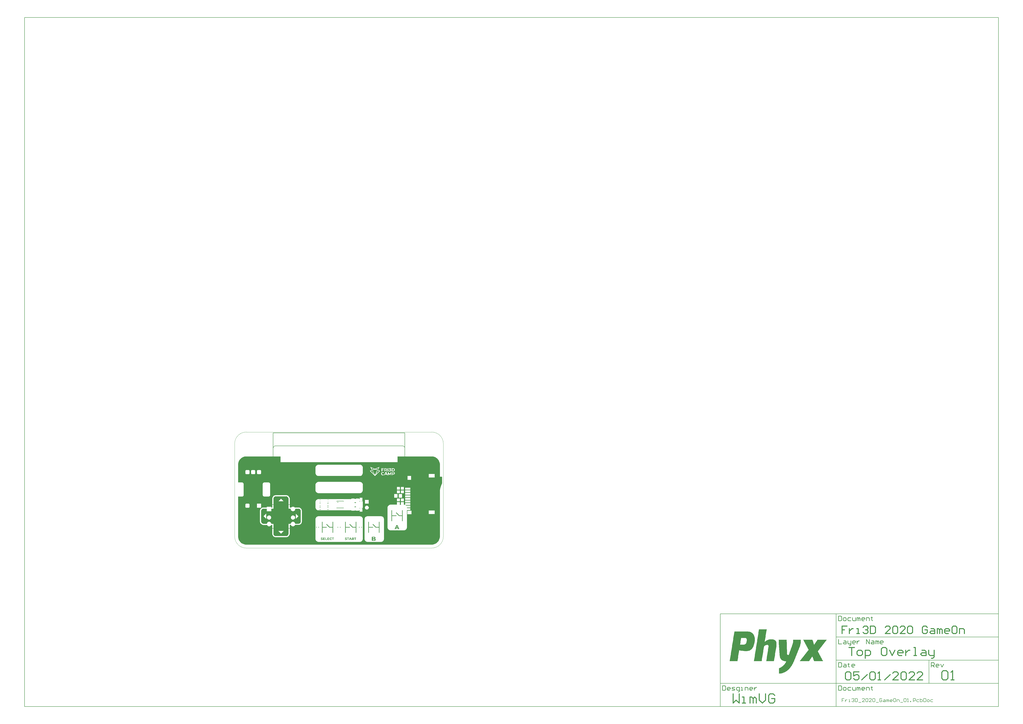
<source format=gto>
G04*
G04 #@! TF.GenerationSoftware,Altium Limited,Altium Designer,22.0.2 (36)*
G04*
G04 Layer_Color=65535*
%FSLAX25Y25*%
%MOIN*%
G70*
G04*
G04 #@! TF.SameCoordinates,97D47E50-BCFC-400F-BBD2-71598373C37A*
G04*
G04*
G04 #@! TF.FilePolarity,Positive*
G04*
G01*
G75*
%ADD10C,0.01181*%
%ADD11C,0.00591*%
%ADD12C,0.00787*%
%ADD13C,0.01000*%
%ADD14C,0.01575*%
%ADD15C,0.00394*%
%ADD16C,0.00984*%
G36*
X337340Y155276D02*
X339085Y154808D01*
X340753Y154117D01*
X342318Y153214D01*
X343751Y152114D01*
X345028Y150837D01*
X346128Y149404D01*
X347031Y147840D01*
X347722Y146171D01*
X348189Y144426D01*
X348425Y142635D01*
X348425Y141732D01*
X348425D01*
X348425Y141732D01*
X348425Y120669D01*
X351772D01*
Y109646D01*
X349490Y104000D01*
X348425Y98969D01*
X348425Y19685D01*
X348425Y18782D01*
X348189Y16991D01*
X347722Y15246D01*
X347031Y13577D01*
X346128Y12013D01*
X345028Y10580D01*
X343751Y9303D01*
X342318Y8203D01*
X340753Y7300D01*
X339084Y6609D01*
X337340Y6141D01*
X335549Y5906D01*
X334646Y5906D01*
X19685D01*
X18782Y5906D01*
X16991Y6141D01*
X15246Y6609D01*
X13577Y7300D01*
X12013Y8203D01*
X10580Y9303D01*
X9303Y10580D01*
X8203Y12013D01*
X7300Y13577D01*
X6609Y15246D01*
X6141Y16991D01*
X5906Y18782D01*
X5906Y19685D01*
Y37402D01*
Y87303D01*
X12604D01*
X13193Y87420D01*
X13748Y87650D01*
X14248Y87984D01*
X14673Y88409D01*
X15007Y88909D01*
X15237Y89464D01*
X15354Y90054D01*
Y108676D01*
X15233Y109285D01*
X14996Y109858D01*
X14651Y110374D01*
X14212Y110813D01*
X13697Y111157D01*
X13123Y111395D01*
X12515Y111516D01*
X5906D01*
Y141732D01*
Y142635D01*
X6141Y144426D01*
X6609Y146171D01*
X7300Y147840D01*
X8203Y149404D01*
X9303Y150837D01*
X10580Y152114D01*
X12013Y153214D01*
X13577Y154117D01*
X15246Y154808D01*
X16991Y155276D01*
X18782Y155512D01*
X19685Y155512D01*
X19685Y155512D01*
X77756D01*
Y145768D01*
X276575D01*
Y155512D01*
X334646D01*
X335549Y155512D01*
X337340Y155276D01*
D02*
G37*
G36*
X1005337Y-155808D02*
X1005050D01*
Y-156094D01*
X1004764D01*
Y-156380D01*
Y-156667D01*
X1004478D01*
Y-156953D01*
X1004192D01*
Y-157239D01*
X1003905D01*
Y-157526D01*
Y-157812D01*
X1003619D01*
Y-158098D01*
X1003333D01*
Y-158385D01*
X1003046D01*
Y-158671D01*
X1002760D01*
Y-158957D01*
Y-159244D01*
X1002474D01*
Y-159530D01*
X1002187D01*
Y-159816D01*
X1001901D01*
Y-160102D01*
Y-160389D01*
X1001615D01*
Y-160675D01*
X1001328D01*
Y-160961D01*
X1001042D01*
Y-161248D01*
X1000756D01*
Y-161534D01*
Y-161820D01*
X1000469D01*
Y-162107D01*
X1000183D01*
Y-162393D01*
X999897D01*
Y-162679D01*
Y-162966D01*
X999611D01*
Y-163252D01*
X999324D01*
Y-163538D01*
X999038D01*
Y-163824D01*
Y-164111D01*
X998752D01*
Y-164397D01*
X998465D01*
Y-164683D01*
X998179D01*
Y-164970D01*
X997893D01*
Y-165256D01*
Y-165542D01*
X997606D01*
Y-165829D01*
X997320D01*
Y-166115D01*
X997034D01*
Y-166401D01*
Y-166688D01*
X996747D01*
Y-166974D01*
X996461D01*
Y-167260D01*
X996175D01*
Y-167547D01*
Y-167833D01*
X995889D01*
Y-168119D01*
X995602D01*
Y-168405D01*
X995316D01*
Y-168692D01*
X995030D01*
Y-168978D01*
Y-169264D01*
X994743D01*
Y-169551D01*
X994457D01*
Y-169837D01*
X994171D01*
Y-170123D01*
Y-170410D01*
X993884D01*
Y-170696D01*
X993598D01*
Y-170982D01*
X993312D01*
Y-171269D01*
Y-171555D01*
X993025D01*
Y-171841D01*
X992739D01*
Y-172127D01*
X992453D01*
Y-172414D01*
X992166D01*
Y-172700D01*
Y-172986D01*
X991880D01*
Y-173273D01*
X991594D01*
Y-173559D01*
X991308D01*
Y-173845D01*
Y-174132D01*
X991021D01*
Y-174418D01*
X990735D01*
Y-174704D01*
X990449D01*
Y-174991D01*
X990162D01*
Y-175277D01*
Y-175563D01*
X990449D01*
Y-175850D01*
Y-176136D01*
X990735D01*
Y-176422D01*
Y-176709D01*
X991021D01*
Y-176995D01*
X991308D01*
Y-177281D01*
Y-177568D01*
X991594D01*
Y-177854D01*
Y-178140D01*
X991880D01*
Y-178426D01*
Y-178713D01*
X992166D01*
Y-178999D01*
Y-179285D01*
X992453D01*
Y-179572D01*
Y-179858D01*
X992739D01*
Y-180144D01*
Y-180431D01*
X993025D01*
Y-180717D01*
Y-181003D01*
X993312D01*
Y-181290D01*
Y-181576D01*
X993598D01*
Y-181862D01*
X993884D01*
Y-182149D01*
Y-182435D01*
X994171D01*
Y-182721D01*
Y-183007D01*
X994457D01*
Y-183294D01*
Y-183580D01*
X994743D01*
Y-183866D01*
Y-184153D01*
X995030D01*
Y-184439D01*
Y-184725D01*
X995316D01*
Y-185012D01*
Y-185298D01*
X995602D01*
Y-185584D01*
Y-185871D01*
X995889D01*
Y-186157D01*
X996175D01*
Y-186443D01*
Y-186730D01*
X996461D01*
Y-187016D01*
Y-187302D01*
X996747D01*
Y-187588D01*
Y-187875D01*
X997034D01*
Y-188161D01*
Y-188447D01*
X997320D01*
Y-188734D01*
Y-189020D01*
X997606D01*
Y-189306D01*
Y-189593D01*
X997893D01*
Y-189879D01*
Y-190165D01*
X998179D01*
Y-190452D01*
X998465D01*
Y-190738D01*
Y-191024D01*
X998752D01*
Y-191311D01*
Y-191597D01*
X999038D01*
Y-191883D01*
X983863D01*
Y-191597D01*
X983577D01*
Y-191311D01*
Y-191024D01*
Y-190738D01*
X983291D01*
Y-190452D01*
Y-190165D01*
Y-189879D01*
X983004D01*
Y-189593D01*
Y-189306D01*
X982718D01*
Y-189020D01*
Y-188734D01*
Y-188447D01*
X982432D01*
Y-188161D01*
Y-187875D01*
Y-187588D01*
X982146D01*
Y-187302D01*
Y-187016D01*
X981859D01*
Y-186730D01*
Y-186443D01*
Y-186157D01*
X981573D01*
Y-185871D01*
Y-185584D01*
Y-185298D01*
X981287D01*
Y-185012D01*
Y-184725D01*
Y-184439D01*
X981000D01*
Y-184153D01*
X980428D01*
Y-184439D01*
Y-184725D01*
X980141D01*
Y-185012D01*
X979855D01*
Y-185298D01*
Y-185584D01*
X979569D01*
Y-185871D01*
X979282D01*
Y-186157D01*
Y-186443D01*
X978996D01*
Y-186730D01*
X978710D01*
Y-187016D01*
Y-187302D01*
X978423D01*
Y-187588D01*
X978137D01*
Y-187875D01*
X977851D01*
Y-188161D01*
Y-188447D01*
X977565D01*
Y-188734D01*
X977278D01*
Y-189020D01*
Y-189306D01*
X976992D01*
Y-189593D01*
X976705D01*
Y-189879D01*
Y-190165D01*
X976419D01*
Y-190452D01*
X976133D01*
Y-190738D01*
Y-191024D01*
X975847D01*
Y-191311D01*
X975560D01*
Y-191597D01*
Y-191883D01*
X959527D01*
Y-191597D01*
X959813D01*
Y-191311D01*
X960099D01*
Y-191024D01*
X960386D01*
Y-190738D01*
X960672D01*
Y-190452D01*
Y-190165D01*
X960958D01*
Y-189879D01*
X961245D01*
Y-189593D01*
X961531D01*
Y-189306D01*
X961817D01*
Y-189020D01*
Y-188734D01*
X962104D01*
Y-188447D01*
X962390D01*
Y-188161D01*
X962676D01*
Y-187875D01*
Y-187588D01*
X962963D01*
Y-187302D01*
X963249D01*
Y-187016D01*
X963535D01*
Y-186730D01*
X963822D01*
Y-186443D01*
Y-186157D01*
X964108D01*
Y-185871D01*
X964394D01*
Y-185584D01*
X964680D01*
Y-185298D01*
X964967D01*
Y-185012D01*
Y-184725D01*
X965253D01*
Y-184439D01*
X965539D01*
Y-184153D01*
X965826D01*
Y-183866D01*
Y-183580D01*
X966112D01*
Y-183294D01*
X966398D01*
Y-183007D01*
X966685D01*
Y-182721D01*
X966971D01*
Y-182435D01*
Y-182149D01*
X967257D01*
Y-181862D01*
X967544D01*
Y-181576D01*
X967830D01*
Y-181290D01*
Y-181003D01*
X968116D01*
Y-180717D01*
X968402D01*
Y-180431D01*
X968689D01*
Y-180144D01*
X968975D01*
Y-179858D01*
Y-179572D01*
X969261D01*
Y-179285D01*
X969548D01*
Y-178999D01*
X969834D01*
Y-178713D01*
Y-178426D01*
X970120D01*
Y-178140D01*
X970407D01*
Y-177854D01*
X970693D01*
Y-177568D01*
X970979D01*
Y-177281D01*
Y-176995D01*
X971266D01*
Y-176709D01*
X971552D01*
Y-176422D01*
X971838D01*
Y-176136D01*
X972124D01*
Y-175850D01*
Y-175563D01*
X972411D01*
Y-175277D01*
X972697D01*
Y-174991D01*
X972983D01*
Y-174704D01*
Y-174418D01*
X973270D01*
Y-174132D01*
X973556D01*
Y-173845D01*
X973842D01*
Y-173559D01*
X974129D01*
Y-173273D01*
Y-172986D01*
X974415D01*
Y-172700D01*
Y-172414D01*
Y-172127D01*
X974129D01*
Y-171841D01*
X973842D01*
Y-171555D01*
Y-171269D01*
X973556D01*
Y-170982D01*
Y-170696D01*
X973270D01*
Y-170410D01*
Y-170123D01*
X972983D01*
Y-169837D01*
Y-169551D01*
X972697D01*
Y-169264D01*
Y-168978D01*
X972411D01*
Y-168692D01*
Y-168405D01*
X972124D01*
Y-168119D01*
X971838D01*
Y-167833D01*
Y-167547D01*
X971552D01*
Y-167260D01*
Y-166974D01*
X971266D01*
Y-166688D01*
Y-166401D01*
X970979D01*
Y-166115D01*
Y-165829D01*
X970693D01*
Y-165542D01*
Y-165256D01*
X970407D01*
Y-164970D01*
Y-164683D01*
X970120D01*
Y-164397D01*
X969834D01*
Y-164111D01*
Y-163824D01*
X969548D01*
Y-163538D01*
Y-163252D01*
X969261D01*
Y-162966D01*
Y-162679D01*
X968975D01*
Y-162393D01*
Y-162107D01*
X968689D01*
Y-161820D01*
Y-161534D01*
X968402D01*
Y-161248D01*
Y-160961D01*
X968116D01*
Y-160675D01*
Y-160389D01*
X967830D01*
Y-160102D01*
X967544D01*
Y-159816D01*
Y-159530D01*
X967257D01*
Y-159244D01*
Y-158957D01*
X966971D01*
Y-158671D01*
Y-158385D01*
X966685D01*
Y-158098D01*
Y-157812D01*
X966398D01*
Y-157526D01*
Y-157239D01*
X966112D01*
Y-156953D01*
Y-156667D01*
X965826D01*
Y-156380D01*
X965539D01*
Y-156094D01*
Y-155808D01*
X965253D01*
Y-155521D01*
X981000D01*
Y-155808D01*
X981287D01*
Y-156094D01*
Y-156380D01*
Y-156667D01*
X981573D01*
Y-156953D01*
Y-157239D01*
Y-157526D01*
X981859D01*
Y-157812D01*
Y-158098D01*
Y-158385D01*
X982146D01*
Y-158671D01*
Y-158957D01*
Y-159244D01*
X982432D01*
Y-159530D01*
Y-159816D01*
Y-160102D01*
X982718D01*
Y-160389D01*
Y-160675D01*
Y-160961D01*
X983004D01*
Y-161248D01*
Y-161534D01*
Y-161820D01*
X983291D01*
Y-162107D01*
Y-162393D01*
Y-162679D01*
X983577D01*
Y-162966D01*
Y-163252D01*
Y-163538D01*
Y-163824D01*
X984150D01*
Y-163538D01*
X984436D01*
Y-163252D01*
X984722D01*
Y-162966D01*
Y-162679D01*
X985009D01*
Y-162393D01*
X985295D01*
Y-162107D01*
Y-161820D01*
X985581D01*
Y-161534D01*
X985868D01*
Y-161248D01*
Y-160961D01*
X986154D01*
Y-160675D01*
X986440D01*
Y-160389D01*
Y-160102D01*
X986726D01*
Y-159816D01*
X987013D01*
Y-159530D01*
Y-159244D01*
X987299D01*
Y-158957D01*
X987585D01*
Y-158671D01*
Y-158385D01*
X987872D01*
Y-158098D01*
X988158D01*
Y-157812D01*
Y-157526D01*
X988444D01*
Y-157239D01*
X988731D01*
Y-156953D01*
Y-156667D01*
X989017D01*
Y-156380D01*
X989303D01*
Y-156094D01*
Y-155808D01*
X989590D01*
Y-155521D01*
X1005337D01*
Y-155808D01*
D02*
G37*
G36*
X872201Y-141778D02*
X873919D01*
Y-142065D01*
X874778D01*
Y-142351D01*
X875637D01*
Y-142637D01*
X876496D01*
Y-142924D01*
X877069D01*
Y-143210D01*
X877355D01*
Y-143496D01*
X877928D01*
Y-143783D01*
X878214D01*
Y-144069D01*
X878786D01*
Y-144355D01*
X879073D01*
Y-144641D01*
X879359D01*
Y-144928D01*
X879646D01*
Y-145214D01*
X879932D01*
Y-145501D01*
X880218D01*
Y-145787D01*
X880504D01*
Y-146073D01*
Y-146359D01*
X880791D01*
Y-146646D01*
X881077D01*
Y-146932D01*
Y-147218D01*
X881363D01*
Y-147505D01*
X881650D01*
Y-147791D01*
Y-148077D01*
X881936D01*
Y-148364D01*
Y-148650D01*
Y-148936D01*
X882222D01*
Y-149223D01*
Y-149509D01*
Y-149795D01*
X882509D01*
Y-150082D01*
Y-150368D01*
Y-150654D01*
Y-150940D01*
X882795D01*
Y-151227D01*
Y-151513D01*
Y-151799D01*
Y-152086D01*
Y-152372D01*
X883081D01*
Y-152658D01*
Y-152945D01*
Y-153231D01*
Y-153517D01*
Y-153804D01*
Y-154090D01*
Y-154376D01*
Y-154663D01*
Y-154949D01*
Y-155235D01*
Y-155521D01*
Y-155808D01*
Y-156094D01*
Y-156380D01*
Y-156667D01*
Y-156953D01*
Y-157239D01*
Y-157526D01*
Y-157812D01*
Y-158098D01*
X882795D01*
Y-158385D01*
Y-158671D01*
Y-158957D01*
Y-159244D01*
Y-159530D01*
Y-159816D01*
Y-160102D01*
X882509D01*
Y-160389D01*
Y-160675D01*
Y-160961D01*
Y-161248D01*
Y-161534D01*
X882222D01*
Y-161820D01*
Y-162107D01*
Y-162393D01*
Y-162679D01*
Y-162966D01*
X881936D01*
Y-163252D01*
Y-163538D01*
Y-163824D01*
X881650D01*
Y-164111D01*
Y-164397D01*
Y-164683D01*
Y-164970D01*
X881363D01*
Y-165256D01*
Y-165542D01*
Y-165829D01*
X881077D01*
Y-166115D01*
Y-166401D01*
X880791D01*
Y-166688D01*
Y-166974D01*
Y-167260D01*
X880504D01*
Y-167547D01*
Y-167833D01*
X880218D01*
Y-168119D01*
Y-168405D01*
X879932D01*
Y-168692D01*
Y-168978D01*
X879646D01*
Y-169264D01*
X879359D01*
Y-169551D01*
Y-169837D01*
X879073D01*
Y-170123D01*
X878786D01*
Y-170410D01*
X878500D01*
Y-170696D01*
Y-170982D01*
X878214D01*
Y-171269D01*
X877928D01*
Y-171555D01*
X877641D01*
Y-171841D01*
X877355D01*
Y-172127D01*
X877069D01*
Y-172414D01*
X876496D01*
Y-172700D01*
X876210D01*
Y-172986D01*
X875637D01*
Y-173273D01*
X875351D01*
Y-173559D01*
X874778D01*
Y-173845D01*
X873919D01*
Y-174132D01*
X873060D01*
Y-174418D01*
X872201D01*
Y-174704D01*
X870483D01*
Y-174991D01*
X865330D01*
Y-174704D01*
X862753D01*
Y-174418D01*
X860749D01*
Y-174132D01*
X859317D01*
Y-173845D01*
X857886D01*
Y-173559D01*
X856454D01*
Y-173845D01*
Y-174132D01*
Y-174418D01*
Y-174704D01*
Y-174991D01*
Y-175277D01*
Y-175563D01*
X856168D01*
Y-175850D01*
Y-176136D01*
Y-176422D01*
Y-176709D01*
Y-176995D01*
Y-177281D01*
X855882D01*
Y-177568D01*
Y-177854D01*
Y-178140D01*
Y-178426D01*
Y-178713D01*
Y-178999D01*
X855595D01*
Y-179285D01*
Y-179572D01*
Y-179858D01*
Y-180144D01*
Y-180431D01*
Y-180717D01*
Y-181003D01*
X855309D01*
Y-181290D01*
Y-181576D01*
Y-181862D01*
Y-182149D01*
Y-182435D01*
Y-182721D01*
X855023D01*
Y-183007D01*
Y-183294D01*
Y-183580D01*
Y-183866D01*
Y-184153D01*
Y-184439D01*
X854736D01*
Y-184725D01*
Y-185012D01*
Y-185298D01*
Y-185584D01*
Y-185871D01*
Y-186157D01*
Y-186443D01*
X854450D01*
Y-186730D01*
Y-187016D01*
Y-187302D01*
Y-187588D01*
Y-187875D01*
Y-188161D01*
X854164D01*
Y-188447D01*
Y-188734D01*
Y-189020D01*
Y-189306D01*
Y-189593D01*
Y-189879D01*
X853877D01*
Y-190165D01*
Y-190452D01*
Y-190738D01*
Y-191024D01*
Y-191311D01*
Y-191597D01*
Y-191883D01*
X840421D01*
Y-191597D01*
X840707D01*
Y-191311D01*
Y-191024D01*
Y-190738D01*
Y-190452D01*
Y-190165D01*
X840993D01*
Y-189879D01*
Y-189593D01*
Y-189306D01*
Y-189020D01*
Y-188734D01*
Y-188447D01*
Y-188161D01*
X841280D01*
Y-187875D01*
Y-187588D01*
Y-187302D01*
Y-187016D01*
Y-186730D01*
Y-186443D01*
X841566D01*
Y-186157D01*
Y-185871D01*
Y-185584D01*
Y-185298D01*
Y-185012D01*
Y-184725D01*
X841852D01*
Y-184439D01*
Y-184153D01*
Y-183866D01*
Y-183580D01*
Y-183294D01*
Y-183007D01*
Y-182721D01*
X842138D01*
Y-182435D01*
Y-182149D01*
Y-181862D01*
Y-181576D01*
Y-181290D01*
Y-181003D01*
X842425D01*
Y-180717D01*
Y-180431D01*
Y-180144D01*
Y-179858D01*
Y-179572D01*
Y-179285D01*
X842711D01*
Y-178999D01*
Y-178713D01*
Y-178426D01*
Y-178140D01*
Y-177854D01*
Y-177568D01*
X842997D01*
Y-177281D01*
Y-176995D01*
Y-176709D01*
Y-176422D01*
Y-176136D01*
Y-175850D01*
Y-175563D01*
X843284D01*
Y-175277D01*
Y-174991D01*
Y-174704D01*
Y-174418D01*
Y-174132D01*
Y-173845D01*
X843570D01*
Y-173559D01*
Y-173273D01*
Y-172986D01*
Y-172700D01*
Y-172414D01*
Y-172127D01*
X843856D01*
Y-171841D01*
Y-171555D01*
Y-171269D01*
Y-170982D01*
Y-170696D01*
Y-170410D01*
X844143D01*
Y-170123D01*
Y-169837D01*
Y-169551D01*
Y-169264D01*
Y-168978D01*
Y-168692D01*
Y-168405D01*
X844429D01*
Y-168119D01*
Y-167833D01*
Y-167547D01*
Y-167260D01*
Y-166974D01*
Y-166688D01*
X844715D01*
Y-166401D01*
Y-166115D01*
Y-165829D01*
Y-165542D01*
Y-165256D01*
Y-164970D01*
X845002D01*
Y-164683D01*
Y-164397D01*
Y-164111D01*
Y-163824D01*
Y-163538D01*
Y-163252D01*
Y-162966D01*
X845288D01*
Y-162679D01*
Y-162393D01*
Y-162107D01*
Y-161820D01*
Y-161534D01*
Y-161248D01*
X845574D01*
Y-160961D01*
Y-160675D01*
Y-160389D01*
Y-160102D01*
Y-159816D01*
Y-159530D01*
X845861D01*
Y-159244D01*
Y-158957D01*
Y-158671D01*
Y-158385D01*
Y-158098D01*
Y-157812D01*
X846147D01*
Y-157526D01*
Y-157239D01*
Y-156953D01*
Y-156667D01*
Y-156380D01*
Y-156094D01*
Y-155808D01*
X846433D01*
Y-155521D01*
Y-155235D01*
Y-154949D01*
Y-154663D01*
Y-154376D01*
Y-154090D01*
X846719D01*
Y-153804D01*
Y-153517D01*
Y-153231D01*
Y-152945D01*
Y-152658D01*
Y-152372D01*
X847006D01*
Y-152086D01*
Y-151799D01*
Y-151513D01*
Y-151227D01*
Y-150940D01*
Y-150654D01*
Y-150368D01*
X847292D01*
Y-150082D01*
Y-149795D01*
Y-149509D01*
Y-149223D01*
Y-148936D01*
Y-148650D01*
X847578D01*
Y-148364D01*
Y-148077D01*
Y-147791D01*
Y-147505D01*
Y-147218D01*
Y-146932D01*
X847865D01*
Y-146646D01*
Y-146359D01*
Y-146073D01*
Y-145787D01*
Y-145501D01*
Y-145214D01*
Y-144928D01*
X848151D01*
Y-144641D01*
Y-144355D01*
Y-144069D01*
Y-143783D01*
Y-143496D01*
Y-143210D01*
X848437D01*
Y-142924D01*
Y-142637D01*
Y-142351D01*
Y-142065D01*
Y-141778D01*
Y-141492D01*
X872201D01*
Y-141778D01*
D02*
G37*
G36*
X961245Y-155808D02*
Y-156094D01*
Y-156380D01*
Y-156667D01*
Y-156953D01*
Y-157239D01*
Y-157526D01*
Y-157812D01*
Y-158098D01*
Y-158385D01*
Y-158671D01*
Y-158957D01*
Y-159244D01*
Y-159530D01*
Y-159816D01*
Y-160102D01*
Y-160389D01*
Y-160675D01*
Y-160961D01*
Y-161248D01*
Y-161534D01*
X960958D01*
Y-161820D01*
Y-162107D01*
Y-162393D01*
Y-162679D01*
Y-162966D01*
X960672D01*
Y-163252D01*
Y-163538D01*
Y-163824D01*
Y-164111D01*
X960386D01*
Y-164397D01*
Y-164683D01*
Y-164970D01*
Y-165256D01*
X960099D01*
Y-165542D01*
Y-165829D01*
Y-166115D01*
X959813D01*
Y-166401D01*
Y-166688D01*
Y-166974D01*
X959527D01*
Y-167260D01*
Y-167547D01*
Y-167833D01*
X959241D01*
Y-168119D01*
Y-168405D01*
Y-168692D01*
X958954D01*
Y-168978D01*
Y-169264D01*
X958668D01*
Y-169551D01*
Y-169837D01*
X958381D01*
Y-170123D01*
Y-170410D01*
Y-170696D01*
X958095D01*
Y-170982D01*
Y-171269D01*
X957809D01*
Y-171555D01*
Y-171841D01*
Y-172127D01*
X957523D01*
Y-172414D01*
Y-172700D01*
X957236D01*
Y-172986D01*
Y-173273D01*
Y-173559D01*
X956950D01*
Y-173845D01*
Y-174132D01*
X956664D01*
Y-174418D01*
Y-174704D01*
Y-174991D01*
X956377D01*
Y-175277D01*
Y-175563D01*
X956091D01*
Y-175850D01*
Y-176136D01*
Y-176422D01*
X955805D01*
Y-176709D01*
Y-176995D01*
X955518D01*
Y-177281D01*
Y-177568D01*
Y-177854D01*
X955232D01*
Y-178140D01*
Y-178426D01*
X954946D01*
Y-178713D01*
Y-178999D01*
Y-179285D01*
X954659D01*
Y-179572D01*
Y-179858D01*
X954373D01*
Y-180144D01*
Y-180431D01*
Y-180717D01*
X954087D01*
Y-181003D01*
Y-181290D01*
X953800D01*
Y-181576D01*
Y-181862D01*
Y-182149D01*
X953514D01*
Y-182435D01*
Y-182721D01*
X953228D01*
Y-183007D01*
Y-183294D01*
Y-183580D01*
X952942D01*
Y-183866D01*
Y-184153D01*
X952655D01*
Y-184439D01*
Y-184725D01*
Y-185012D01*
X952369D01*
Y-185298D01*
Y-185584D01*
X952083D01*
Y-185871D01*
Y-186157D01*
Y-186443D01*
X951796D01*
Y-186730D01*
Y-187016D01*
X951510D01*
Y-187302D01*
Y-187588D01*
Y-187875D01*
X951224D01*
Y-188161D01*
Y-188447D01*
X950937D01*
Y-188734D01*
Y-189020D01*
Y-189306D01*
X950651D01*
Y-189593D01*
Y-189879D01*
X950365D01*
Y-190165D01*
Y-190452D01*
Y-190738D01*
X950078D01*
Y-191024D01*
Y-191311D01*
X949792D01*
Y-191597D01*
Y-191883D01*
Y-192169D01*
X949506D01*
Y-192456D01*
Y-192742D01*
X949220D01*
Y-193028D01*
Y-193315D01*
X948933D01*
Y-193601D01*
Y-193887D01*
X948647D01*
Y-194174D01*
Y-194460D01*
Y-194746D01*
X948361D01*
Y-195033D01*
X948074D01*
Y-195319D01*
Y-195605D01*
Y-195891D01*
X947788D01*
Y-196178D01*
X947502D01*
Y-196464D01*
Y-196750D01*
X947215D01*
Y-197037D01*
Y-197323D01*
X946929D01*
Y-197609D01*
Y-197896D01*
X946643D01*
Y-198182D01*
Y-198468D01*
X946356D01*
Y-198755D01*
X946070D01*
Y-199041D01*
Y-199327D01*
X945784D01*
Y-199614D01*
Y-199900D01*
X945497D01*
Y-200186D01*
X945211D01*
Y-200472D01*
X944925D01*
Y-200759D01*
Y-201045D01*
X944639D01*
Y-201331D01*
X944352D01*
Y-201618D01*
Y-201904D01*
X944066D01*
Y-202190D01*
X943780D01*
Y-202477D01*
X943493D01*
Y-202763D01*
Y-203049D01*
X943207D01*
Y-203336D01*
X942921D01*
Y-203622D01*
X942634D01*
Y-203908D01*
X942348D01*
Y-204195D01*
X942062D01*
Y-204481D01*
Y-204767D01*
X941775D01*
Y-205053D01*
X941489D01*
Y-205340D01*
X941203D01*
Y-205626D01*
X940916D01*
Y-205912D01*
X940630D01*
Y-206199D01*
X940344D01*
Y-206485D01*
X940057D01*
Y-206771D01*
X939485D01*
Y-207058D01*
X939199D01*
Y-207344D01*
X938912D01*
Y-207630D01*
X938626D01*
Y-207917D01*
X938340D01*
Y-208203D01*
X937767D01*
Y-208489D01*
X937481D01*
Y-208776D01*
X936908D01*
Y-209062D01*
X936622D01*
Y-209348D01*
X936049D01*
Y-209634D01*
X935763D01*
Y-209921D01*
X935190D01*
Y-210207D01*
X934618D01*
Y-210493D01*
X934045D01*
Y-210780D01*
X933472D01*
Y-211066D01*
X932900D01*
Y-211352D01*
X932041D01*
Y-211639D01*
X931468D01*
Y-211925D01*
X930609D01*
Y-212211D01*
X929464D01*
Y-212498D01*
X928319D01*
Y-212784D01*
X926601D01*
Y-213070D01*
X924597D01*
Y-213357D01*
X924310D01*
Y-213070D01*
Y-212784D01*
Y-212498D01*
Y-212211D01*
Y-211925D01*
Y-211639D01*
Y-211352D01*
Y-211066D01*
Y-210780D01*
Y-210493D01*
Y-210207D01*
Y-209921D01*
Y-209634D01*
Y-209348D01*
Y-209062D01*
Y-208776D01*
Y-208489D01*
Y-208203D01*
Y-207917D01*
Y-207630D01*
Y-207344D01*
Y-207058D01*
Y-206771D01*
Y-206485D01*
Y-206199D01*
Y-205912D01*
Y-205626D01*
Y-205340D01*
Y-205053D01*
Y-204767D01*
Y-204481D01*
Y-204195D01*
Y-203908D01*
X924883D01*
Y-203622D01*
X925455D01*
Y-203336D01*
X926028D01*
Y-203049D01*
X926601D01*
Y-202763D01*
X927173D01*
Y-202477D01*
X927746D01*
Y-202190D01*
X928032D01*
Y-201904D01*
X928605D01*
Y-201618D01*
X928891D01*
Y-201331D01*
X929464D01*
Y-201045D01*
X929750D01*
Y-200759D01*
X930037D01*
Y-200472D01*
X930609D01*
Y-200186D01*
X930896D01*
Y-199900D01*
X931182D01*
Y-199614D01*
X931468D01*
Y-199327D01*
X931754D01*
Y-199041D01*
X932041D01*
Y-198755D01*
X932327D01*
Y-198468D01*
X932613D01*
Y-198182D01*
X932900D01*
Y-197896D01*
X933186D01*
Y-197609D01*
X933472D01*
Y-197323D01*
X933759D01*
Y-197037D01*
Y-196750D01*
X934045D01*
Y-196464D01*
X934331D01*
Y-196178D01*
X934618D01*
Y-195891D01*
Y-195605D01*
X934904D01*
Y-195319D01*
X935190D01*
Y-195033D01*
Y-194746D01*
X935476D01*
Y-194460D01*
Y-194174D01*
X935763D01*
Y-193887D01*
X936049D01*
Y-193601D01*
Y-193315D01*
X936335D01*
Y-193028D01*
Y-192742D01*
X936622D01*
Y-192456D01*
Y-192169D01*
X934904D01*
Y-191883D01*
X932900D01*
Y-191597D01*
X931754D01*
Y-191311D01*
X931182D01*
Y-191024D01*
X930323D01*
Y-190738D01*
X929750D01*
Y-190452D01*
X929464D01*
Y-190165D01*
X928891D01*
Y-189879D01*
X928605D01*
Y-189593D01*
X928319D01*
Y-189306D01*
X928032D01*
Y-189020D01*
X927746D01*
Y-188734D01*
X927460D01*
Y-188447D01*
Y-188161D01*
X927173D01*
Y-187875D01*
X926887D01*
Y-187588D01*
Y-187302D01*
X926601D01*
Y-187016D01*
Y-186730D01*
X926315D01*
Y-186443D01*
Y-186157D01*
X926028D01*
Y-185871D01*
Y-185584D01*
Y-185298D01*
X925742D01*
Y-185012D01*
Y-184725D01*
Y-184439D01*
Y-184153D01*
X925455D01*
Y-183866D01*
Y-183580D01*
Y-183294D01*
Y-183007D01*
Y-182721D01*
Y-182435D01*
Y-182149D01*
X925169D01*
Y-181862D01*
Y-181576D01*
Y-181290D01*
Y-181003D01*
Y-180717D01*
Y-180431D01*
Y-180144D01*
Y-179858D01*
Y-179572D01*
Y-179285D01*
Y-178999D01*
Y-178713D01*
Y-178426D01*
Y-178140D01*
Y-177854D01*
X924883D01*
Y-177568D01*
Y-177281D01*
Y-176995D01*
Y-176709D01*
Y-176422D01*
Y-176136D01*
Y-175850D01*
Y-175563D01*
Y-175277D01*
Y-174991D01*
Y-174704D01*
Y-174418D01*
Y-174132D01*
Y-173845D01*
Y-173559D01*
X924597D01*
Y-173273D01*
Y-172986D01*
Y-172700D01*
Y-172414D01*
Y-172127D01*
Y-171841D01*
Y-171555D01*
Y-171269D01*
Y-170982D01*
Y-170696D01*
Y-170410D01*
Y-170123D01*
Y-169837D01*
Y-169551D01*
Y-169264D01*
Y-168978D01*
X924310D01*
Y-168692D01*
Y-168405D01*
Y-168119D01*
Y-167833D01*
Y-167547D01*
Y-167260D01*
Y-166974D01*
Y-166688D01*
Y-166401D01*
Y-166115D01*
Y-165829D01*
Y-165542D01*
Y-165256D01*
Y-164970D01*
Y-164683D01*
Y-164397D01*
X924024D01*
Y-164111D01*
Y-163824D01*
Y-163538D01*
Y-163252D01*
Y-162966D01*
Y-162679D01*
Y-162393D01*
Y-162107D01*
Y-161820D01*
Y-161534D01*
Y-161248D01*
Y-160961D01*
Y-160675D01*
Y-160389D01*
X923738D01*
Y-160102D01*
Y-159816D01*
Y-159530D01*
Y-159244D01*
Y-158957D01*
Y-158671D01*
Y-158385D01*
Y-158098D01*
Y-157812D01*
Y-157526D01*
Y-157239D01*
Y-156953D01*
Y-156667D01*
Y-156380D01*
Y-156094D01*
Y-155808D01*
X923451D01*
Y-155521D01*
X937194D01*
Y-155808D01*
Y-156094D01*
Y-156380D01*
Y-156667D01*
Y-156953D01*
Y-157239D01*
Y-157526D01*
Y-157812D01*
Y-158098D01*
Y-158385D01*
Y-158671D01*
Y-158957D01*
Y-159244D01*
Y-159530D01*
X937481D01*
Y-159816D01*
Y-160102D01*
Y-160389D01*
Y-160675D01*
Y-160961D01*
Y-161248D01*
Y-161534D01*
Y-161820D01*
Y-162107D01*
Y-162393D01*
Y-162679D01*
Y-162966D01*
Y-163252D01*
Y-163538D01*
Y-163824D01*
Y-164111D01*
Y-164397D01*
Y-164683D01*
Y-164970D01*
Y-165256D01*
Y-165542D01*
Y-165829D01*
Y-166115D01*
Y-166401D01*
Y-166688D01*
Y-166974D01*
Y-167260D01*
Y-167547D01*
Y-167833D01*
Y-168119D01*
Y-168405D01*
Y-168692D01*
Y-168978D01*
Y-169264D01*
Y-169551D01*
Y-169837D01*
Y-170123D01*
Y-170410D01*
Y-170696D01*
Y-170982D01*
Y-171269D01*
X937767D01*
Y-171555D01*
X937481D01*
Y-171841D01*
Y-172127D01*
X937767D01*
Y-172414D01*
Y-172700D01*
Y-172986D01*
Y-173273D01*
Y-173559D01*
Y-173845D01*
Y-174132D01*
Y-174418D01*
Y-174704D01*
Y-174991D01*
Y-175277D01*
Y-175563D01*
Y-175850D01*
Y-176136D01*
Y-176422D01*
Y-176709D01*
Y-176995D01*
Y-177281D01*
Y-177568D01*
Y-177854D01*
Y-178140D01*
Y-178426D01*
Y-178713D01*
Y-178999D01*
Y-179285D01*
Y-179572D01*
X938053D01*
Y-179858D01*
Y-180144D01*
Y-180431D01*
X938340D01*
Y-180717D01*
X938626D01*
Y-181003D01*
X938912D01*
Y-181290D01*
X939771D01*
Y-181576D01*
X940630D01*
Y-181290D01*
X940916D01*
Y-181003D01*
Y-180717D01*
Y-180431D01*
X941203D01*
Y-180144D01*
Y-179858D01*
X941489D01*
Y-179572D01*
Y-179285D01*
Y-178999D01*
X941775D01*
Y-178713D01*
Y-178426D01*
Y-178140D01*
X942062D01*
Y-177854D01*
Y-177568D01*
Y-177281D01*
X942348D01*
Y-176995D01*
Y-176709D01*
Y-176422D01*
X942634D01*
Y-176136D01*
Y-175850D01*
X942921D01*
Y-175563D01*
Y-175277D01*
Y-174991D01*
X943207D01*
Y-174704D01*
Y-174418D01*
Y-174132D01*
X943493D01*
Y-173845D01*
Y-173559D01*
Y-173273D01*
X943780D01*
Y-172986D01*
Y-172700D01*
X944066D01*
Y-172414D01*
Y-172127D01*
Y-171841D01*
X944352D01*
Y-171555D01*
Y-171269D01*
Y-170982D01*
X944639D01*
Y-170696D01*
Y-170410D01*
Y-170123D01*
X944925D01*
Y-169837D01*
Y-169551D01*
X945211D01*
Y-169264D01*
Y-168978D01*
Y-168692D01*
X945497D01*
Y-168405D01*
Y-168119D01*
Y-167833D01*
X945784D01*
Y-167547D01*
Y-167260D01*
Y-166974D01*
X946070D01*
Y-166688D01*
Y-166401D01*
X946356D01*
Y-166115D01*
Y-165829D01*
Y-165542D01*
X946643D01*
Y-165256D01*
Y-164970D01*
Y-164683D01*
X946929D01*
Y-164397D01*
Y-164111D01*
Y-163824D01*
X947215D01*
Y-163538D01*
Y-163252D01*
Y-162966D01*
Y-162679D01*
X947502D01*
Y-162393D01*
Y-162107D01*
Y-161820D01*
Y-161534D01*
X947788D01*
Y-161248D01*
Y-160961D01*
Y-160675D01*
Y-160389D01*
Y-160102D01*
X948074D01*
Y-159816D01*
Y-159530D01*
Y-159244D01*
Y-158957D01*
Y-158671D01*
Y-158385D01*
X948361D01*
Y-158098D01*
Y-157812D01*
Y-157526D01*
Y-157239D01*
Y-156953D01*
Y-156667D01*
Y-156380D01*
Y-156094D01*
Y-155808D01*
Y-155521D01*
X961245D01*
Y-155808D01*
D02*
G37*
G36*
X903409Y-138343D02*
Y-138629D01*
X903123D01*
Y-138915D01*
Y-139202D01*
Y-139488D01*
Y-139774D01*
Y-140060D01*
Y-140347D01*
X902837D01*
Y-140633D01*
Y-140919D01*
Y-141206D01*
Y-141492D01*
Y-141778D01*
Y-142065D01*
X902551D01*
Y-142351D01*
Y-142637D01*
Y-142924D01*
Y-143210D01*
Y-143496D01*
Y-143783D01*
Y-144069D01*
X902264D01*
Y-144355D01*
Y-144641D01*
Y-144928D01*
Y-145214D01*
Y-145501D01*
Y-145787D01*
X901978D01*
Y-146073D01*
Y-146359D01*
Y-146646D01*
Y-146932D01*
Y-147218D01*
Y-147505D01*
X901692D01*
Y-147791D01*
Y-148077D01*
Y-148364D01*
Y-148650D01*
Y-148936D01*
Y-149223D01*
Y-149509D01*
X901405D01*
Y-149795D01*
Y-150082D01*
Y-150368D01*
Y-150654D01*
Y-150940D01*
Y-151227D01*
X901119D01*
Y-151513D01*
Y-151799D01*
Y-152086D01*
Y-152372D01*
Y-152658D01*
Y-152945D01*
X900833D01*
Y-153231D01*
Y-153517D01*
Y-153804D01*
Y-154090D01*
Y-154376D01*
Y-154663D01*
X900546D01*
Y-154949D01*
Y-155235D01*
Y-155521D01*
Y-155808D01*
Y-156094D01*
Y-156380D01*
Y-156667D01*
X900260D01*
Y-156953D01*
Y-157239D01*
Y-157526D01*
Y-157812D01*
Y-158098D01*
Y-158385D01*
X899974D01*
Y-158671D01*
Y-158957D01*
X900546D01*
Y-158671D01*
X900833D01*
Y-158385D01*
X901119D01*
Y-158098D01*
X901692D01*
Y-157812D01*
X901978D01*
Y-157526D01*
X902264D01*
Y-157239D01*
X902837D01*
Y-156953D01*
X903409D01*
Y-156667D01*
X903696D01*
Y-156380D01*
X904268D01*
Y-156094D01*
X905127D01*
Y-155808D01*
X905700D01*
Y-155521D01*
X906559D01*
Y-155235D01*
X907990D01*
Y-154949D01*
X914289D01*
Y-155235D01*
X915435D01*
Y-155521D01*
X916294D01*
Y-155808D01*
X916866D01*
Y-156094D01*
X917153D01*
Y-156380D01*
X917725D01*
Y-156667D01*
X918011D01*
Y-156953D01*
X918298D01*
Y-157239D01*
X918584D01*
Y-157526D01*
X918870D01*
Y-157812D01*
Y-158098D01*
X919157D01*
Y-158385D01*
Y-158671D01*
X919443D01*
Y-158957D01*
Y-159244D01*
Y-159530D01*
X919729D01*
Y-159816D01*
Y-160102D01*
Y-160389D01*
Y-160675D01*
X920016D01*
Y-160961D01*
Y-161248D01*
Y-161534D01*
Y-161820D01*
Y-162107D01*
Y-162393D01*
Y-162679D01*
Y-162966D01*
Y-163252D01*
Y-163538D01*
Y-163824D01*
Y-164111D01*
Y-164397D01*
Y-164683D01*
Y-164970D01*
Y-165256D01*
Y-165542D01*
Y-165829D01*
X919729D01*
Y-166115D01*
Y-166401D01*
Y-166688D01*
Y-166974D01*
Y-167260D01*
Y-167547D01*
Y-167833D01*
X919443D01*
Y-168119D01*
Y-168405D01*
Y-168692D01*
Y-168978D01*
Y-169264D01*
Y-169551D01*
Y-169837D01*
X919157D01*
Y-170123D01*
Y-170410D01*
Y-170696D01*
Y-170982D01*
Y-171269D01*
Y-171555D01*
X918870D01*
Y-171841D01*
Y-172127D01*
Y-172414D01*
Y-172700D01*
Y-172986D01*
Y-173273D01*
X918584D01*
Y-173559D01*
Y-173845D01*
Y-174132D01*
Y-174418D01*
Y-174704D01*
Y-174991D01*
X918298D01*
Y-175277D01*
Y-175563D01*
Y-175850D01*
Y-176136D01*
Y-176422D01*
Y-176709D01*
Y-176995D01*
X918011D01*
Y-177281D01*
Y-177568D01*
Y-177854D01*
Y-178140D01*
Y-178426D01*
Y-178713D01*
X917725D01*
Y-178999D01*
Y-179285D01*
Y-179572D01*
Y-179858D01*
Y-180144D01*
Y-180431D01*
X917439D01*
Y-180717D01*
Y-181003D01*
Y-181290D01*
Y-181576D01*
Y-181862D01*
Y-182149D01*
Y-182435D01*
X917153D01*
Y-182721D01*
Y-183007D01*
Y-183294D01*
Y-183580D01*
Y-183866D01*
Y-184153D01*
X916866D01*
Y-184439D01*
Y-184725D01*
Y-185012D01*
Y-185298D01*
Y-185584D01*
Y-185871D01*
X916580D01*
Y-186157D01*
Y-186443D01*
Y-186730D01*
Y-187016D01*
Y-187302D01*
Y-187588D01*
X916294D01*
Y-187875D01*
Y-188161D01*
Y-188447D01*
Y-188734D01*
Y-189020D01*
Y-189306D01*
Y-189593D01*
X916007D01*
Y-189879D01*
Y-190165D01*
Y-190452D01*
Y-190738D01*
Y-191024D01*
Y-191311D01*
X915721D01*
Y-191597D01*
Y-191883D01*
X902551D01*
Y-191597D01*
Y-191311D01*
X902837D01*
Y-191024D01*
Y-190738D01*
Y-190452D01*
Y-190165D01*
Y-189879D01*
Y-189593D01*
X903123D01*
Y-189306D01*
Y-189020D01*
Y-188734D01*
Y-188447D01*
Y-188161D01*
Y-187875D01*
Y-187588D01*
X903409D01*
Y-187302D01*
Y-187016D01*
Y-186730D01*
Y-186443D01*
Y-186157D01*
Y-185871D01*
X903696D01*
Y-185584D01*
Y-185298D01*
Y-185012D01*
Y-184725D01*
Y-184439D01*
Y-184153D01*
X903982D01*
Y-183866D01*
Y-183580D01*
Y-183294D01*
Y-183007D01*
Y-182721D01*
Y-182435D01*
Y-182149D01*
X904268D01*
Y-181862D01*
Y-181576D01*
Y-181290D01*
Y-181003D01*
Y-180717D01*
Y-180431D01*
X904555D01*
Y-180144D01*
Y-179858D01*
Y-179572D01*
Y-179285D01*
Y-178999D01*
Y-178713D01*
Y-178426D01*
X904841D01*
Y-178140D01*
Y-177854D01*
Y-177568D01*
Y-177281D01*
Y-176995D01*
Y-176709D01*
X905127D01*
Y-176422D01*
Y-176136D01*
Y-175850D01*
Y-175563D01*
Y-175277D01*
Y-174991D01*
X905414D01*
Y-174704D01*
Y-174418D01*
Y-174132D01*
Y-173845D01*
Y-173559D01*
Y-173273D01*
X905700D01*
Y-172986D01*
Y-172700D01*
Y-172414D01*
Y-172127D01*
Y-171841D01*
Y-171555D01*
Y-171269D01*
X905986D01*
Y-170982D01*
Y-170696D01*
Y-170410D01*
Y-170123D01*
Y-169837D01*
Y-169551D01*
X906273D01*
Y-169264D01*
Y-168978D01*
Y-168692D01*
Y-168405D01*
Y-168119D01*
Y-167833D01*
Y-167547D01*
X906559D01*
Y-167260D01*
Y-166974D01*
Y-166688D01*
Y-166401D01*
Y-166115D01*
Y-165829D01*
X906273D01*
Y-165542D01*
Y-165256D01*
X905986D01*
Y-164970D01*
X905700D01*
Y-164683D01*
X905127D01*
Y-164397D01*
X903409D01*
Y-164683D01*
X901978D01*
Y-164970D01*
X901119D01*
Y-165256D01*
X900546D01*
Y-165542D01*
X900260D01*
Y-165829D01*
X899687D01*
Y-166115D01*
X899401D01*
Y-166401D01*
X899115D01*
Y-166688D01*
Y-166974D01*
X898828D01*
Y-167260D01*
Y-167547D01*
Y-167833D01*
X898542D01*
Y-168119D01*
Y-168405D01*
Y-168692D01*
Y-168978D01*
Y-169264D01*
Y-169551D01*
X898256D01*
Y-169837D01*
Y-170123D01*
Y-170410D01*
Y-170696D01*
Y-170982D01*
Y-171269D01*
Y-171555D01*
X897970D01*
Y-171841D01*
Y-172127D01*
Y-172414D01*
Y-172700D01*
Y-172986D01*
Y-173273D01*
X897683D01*
Y-173559D01*
Y-173845D01*
Y-174132D01*
Y-174418D01*
Y-174704D01*
Y-174991D01*
X897397D01*
Y-175277D01*
Y-175563D01*
Y-175850D01*
Y-176136D01*
Y-176422D01*
Y-176709D01*
X897111D01*
Y-176995D01*
Y-177281D01*
Y-177568D01*
Y-177854D01*
Y-178140D01*
Y-178426D01*
Y-178713D01*
X896824D01*
Y-178999D01*
Y-179285D01*
Y-179572D01*
Y-179858D01*
Y-180144D01*
Y-180431D01*
X896538D01*
Y-180717D01*
Y-181003D01*
Y-181290D01*
Y-181576D01*
Y-181862D01*
Y-182149D01*
X896252D01*
Y-182435D01*
Y-182721D01*
Y-183007D01*
Y-183294D01*
Y-183580D01*
Y-183866D01*
Y-184153D01*
X895965D01*
Y-184439D01*
Y-184725D01*
Y-185012D01*
Y-185298D01*
Y-185584D01*
Y-185871D01*
X895679D01*
Y-186157D01*
Y-186443D01*
Y-186730D01*
Y-187016D01*
Y-187302D01*
Y-187588D01*
X895393D01*
Y-187875D01*
Y-188161D01*
Y-188447D01*
Y-188734D01*
Y-189020D01*
Y-189306D01*
X895106D01*
Y-189593D01*
Y-189879D01*
Y-190165D01*
Y-190452D01*
Y-190738D01*
Y-191024D01*
Y-191311D01*
X894820D01*
Y-191597D01*
Y-191883D01*
X881650D01*
Y-191597D01*
Y-191311D01*
X881936D01*
Y-191024D01*
Y-190738D01*
Y-190452D01*
Y-190165D01*
Y-189879D01*
Y-189593D01*
Y-189306D01*
X882222D01*
Y-189020D01*
Y-188734D01*
Y-188447D01*
Y-188161D01*
Y-187875D01*
Y-187588D01*
X882509D01*
Y-187302D01*
Y-187016D01*
Y-186730D01*
Y-186443D01*
Y-186157D01*
Y-185871D01*
X882795D01*
Y-185584D01*
Y-185298D01*
Y-185012D01*
Y-184725D01*
Y-184439D01*
Y-184153D01*
Y-183866D01*
X883081D01*
Y-183580D01*
Y-183294D01*
Y-183007D01*
Y-182721D01*
Y-182435D01*
Y-182149D01*
X883368D01*
Y-181862D01*
Y-181576D01*
Y-181290D01*
Y-181003D01*
Y-180717D01*
Y-180431D01*
X883654D01*
Y-180144D01*
Y-179858D01*
Y-179572D01*
Y-179285D01*
Y-178999D01*
Y-178713D01*
X883940D01*
Y-178426D01*
Y-178140D01*
Y-177854D01*
Y-177568D01*
Y-177281D01*
Y-176995D01*
Y-176709D01*
X884227D01*
Y-176422D01*
Y-176136D01*
Y-175850D01*
Y-175563D01*
Y-175277D01*
Y-174991D01*
X884513D01*
Y-174704D01*
Y-174418D01*
Y-174132D01*
Y-173845D01*
Y-173559D01*
Y-173273D01*
X884799D01*
Y-172986D01*
Y-172700D01*
Y-172414D01*
Y-172127D01*
Y-171841D01*
Y-171555D01*
Y-171269D01*
X885085D01*
Y-170982D01*
Y-170696D01*
Y-170410D01*
Y-170123D01*
Y-169837D01*
Y-169551D01*
X885372D01*
Y-169264D01*
Y-168978D01*
Y-168692D01*
Y-168405D01*
Y-168119D01*
Y-167833D01*
X885658D01*
Y-167547D01*
Y-167260D01*
Y-166974D01*
Y-166688D01*
Y-166401D01*
Y-166115D01*
X885944D01*
Y-165829D01*
Y-165542D01*
Y-165256D01*
Y-164970D01*
Y-164683D01*
Y-164397D01*
Y-164111D01*
X886231D01*
Y-163824D01*
Y-163538D01*
Y-163252D01*
Y-162966D01*
Y-162679D01*
Y-162393D01*
X886517D01*
Y-162107D01*
Y-161820D01*
Y-161534D01*
Y-161248D01*
Y-160961D01*
Y-160675D01*
X886803D01*
Y-160389D01*
Y-160102D01*
Y-159816D01*
Y-159530D01*
Y-159244D01*
Y-158957D01*
X887090D01*
Y-158671D01*
Y-158385D01*
Y-158098D01*
Y-157812D01*
Y-157526D01*
Y-157239D01*
Y-156953D01*
X887376D01*
Y-156667D01*
Y-156380D01*
Y-156094D01*
Y-155808D01*
Y-155521D01*
Y-155235D01*
X887662D01*
Y-154949D01*
Y-154663D01*
Y-154376D01*
Y-154090D01*
Y-153804D01*
Y-153517D01*
X887949D01*
Y-153231D01*
Y-152945D01*
Y-152658D01*
Y-152372D01*
Y-152086D01*
Y-151799D01*
Y-151513D01*
X888235D01*
Y-151227D01*
Y-150940D01*
Y-150654D01*
Y-150368D01*
Y-150082D01*
Y-149795D01*
X888521D01*
Y-149509D01*
Y-149223D01*
Y-148936D01*
Y-148650D01*
Y-148364D01*
Y-148077D01*
X888807D01*
Y-147791D01*
Y-147505D01*
Y-147218D01*
Y-146932D01*
Y-146646D01*
Y-146359D01*
X889094D01*
Y-146073D01*
Y-145787D01*
Y-145501D01*
Y-145214D01*
Y-144928D01*
Y-144641D01*
Y-144355D01*
X889380D01*
Y-144069D01*
Y-143783D01*
Y-143496D01*
Y-143210D01*
Y-142924D01*
Y-142637D01*
X889666D01*
Y-142351D01*
Y-142065D01*
Y-141778D01*
Y-141492D01*
Y-141206D01*
Y-140919D01*
X889953D01*
Y-140633D01*
Y-140347D01*
Y-140060D01*
Y-139774D01*
Y-139488D01*
Y-139202D01*
Y-138915D01*
X890239D01*
Y-138629D01*
Y-138343D01*
Y-138056D01*
X903409D01*
Y-138343D01*
D02*
G37*
%LPC*%
G36*
X212977Y141463D02*
X212474Y141463D01*
X142501Y141463D01*
X142501Y141463D01*
X141997Y141463D01*
X141008Y141267D01*
X140077Y140882D01*
X139239Y140323D01*
X138525Y139611D01*
X137964Y138775D01*
X137576Y137844D01*
X137377Y136856D01*
X137376Y136352D01*
X137376Y127436D01*
X137376Y127436D01*
X137377Y126932D01*
X137576Y125944D01*
X137964Y125013D01*
X138525Y124177D01*
X139239Y123465D01*
X140077Y122906D01*
X141008Y122521D01*
X141997Y122325D01*
X142501Y122325D01*
X212418D01*
X212922Y122325D01*
X213910Y122521D01*
X214842Y122906D01*
X215680Y123465D01*
X216394Y124177D01*
X216955Y125013D01*
X217343Y125944D01*
X217542Y126932D01*
X217543Y127436D01*
X217599Y136352D01*
X217599Y136352D01*
X217598Y136431D01*
X217597Y136856D01*
X217398Y137844D01*
X217011Y138775D01*
X216449Y139611D01*
X215736Y140323D01*
X214897Y140882D01*
X213966Y141267D01*
X212977Y141463D01*
D02*
G37*
G36*
X256587Y135452D02*
X256432Y135450D01*
X254154Y135450D01*
X254099Y130172D01*
X255307D01*
Y131644D01*
X256488D01*
X257502Y130172D01*
X258807D01*
X257662Y131815D01*
X257684Y131891D01*
X257748Y131918D01*
X257973Y132053D01*
X258177Y132219D01*
X258356Y132411D01*
X258432Y132519D01*
X258432D01*
X258432Y132519D01*
X258504Y132632D01*
X258613Y132876D01*
X258684Y133134D01*
X258715Y133399D01*
X258710Y133533D01*
X258710Y133533D01*
X258710Y133533D01*
X258715Y133667D01*
X258685Y133932D01*
X258614Y134190D01*
X258505Y134435D01*
X258432Y134547D01*
X258432D01*
X258432Y134547D01*
X258362Y134658D01*
X258189Y134857D01*
X257987Y135026D01*
X257762Y135163D01*
X257640Y135213D01*
Y135213D01*
X257573Y135242D01*
X257498Y135274D01*
X257201Y135365D01*
X256896Y135424D01*
X256587Y135452D01*
D02*
G37*
G36*
X245988Y137741D02*
X238154Y134519D01*
X230321Y137741D01*
X232626Y133130D01*
X233432Y133464D01*
X232190Y135975D01*
X232243Y136032D01*
X236919Y134114D01*
X236919Y134035D01*
X229474Y130977D01*
X238154Y122297D01*
X246835Y130977D01*
X239403Y134035D01*
Y134114D01*
X244064Y136032D01*
X244118Y135974D01*
X242876Y133491D01*
X243696Y133158D01*
X245988Y137741D01*
D02*
G37*
G36*
X265432Y135477D02*
X261752D01*
Y134491D01*
X263892D01*
X263924Y134420D01*
X262904Y133269D01*
Y132464D01*
X263460D01*
X263502Y132462D01*
X263585Y132457D01*
X263669Y132448D01*
X263752Y132434D01*
X263793Y132426D01*
X263811Y132422D01*
X263846Y132413D01*
X263881Y132404D01*
X263916Y132393D01*
X263933Y132387D01*
X263949Y132381D01*
X263980Y132369D01*
X264011Y132356D01*
X264041Y132342D01*
X264056Y132335D01*
X264056Y132335D01*
X264070Y132328D01*
X264097Y132313D01*
X264123Y132297D01*
X264149Y132280D01*
X264161Y132271D01*
X264173Y132262D01*
X264195Y132244D01*
X264217Y132226D01*
X264238Y132206D01*
X264248Y132195D01*
X264266Y132176D01*
X264300Y132133D01*
X264329Y132087D01*
X264354Y132039D01*
X264365Y132014D01*
X264374Y131988D01*
X264389Y131934D01*
X264399Y131880D01*
X264404Y131825D01*
X264404Y131797D01*
X264446Y131783D01*
X264444Y131709D01*
X264411Y131565D01*
X264342Y131435D01*
X264242Y131326D01*
X264182Y131283D01*
X264098Y131241D01*
X263923Y131175D01*
X263740Y131132D01*
X263554Y131115D01*
X263460Y131116D01*
X263460Y131116D01*
X263460Y131116D01*
X263358Y131118D01*
X263154Y131134D01*
X262951Y131165D01*
X262752Y131212D01*
X262654Y131241D01*
X262561Y131269D01*
X262378Y131338D01*
X262203Y131425D01*
X262038Y131530D01*
X261960Y131588D01*
X261488Y130658D01*
X261593Y130586D01*
X261813Y130459D01*
X262043Y130351D01*
X262282Y130262D01*
X262404Y130227D01*
X262404Y130227D01*
X262537Y130192D01*
X262805Y130139D01*
X263077Y130104D01*
X263351Y130087D01*
X263488Y130088D01*
X263643Y130084D01*
X263953Y130109D01*
X264258Y130168D01*
X264554Y130262D01*
X264696Y130325D01*
X264808Y130371D01*
X265016Y130498D01*
X265203Y130653D01*
X265365Y130834D01*
X265432Y130936D01*
Y130936D01*
X265492Y131030D01*
X265582Y131234D01*
X265642Y131449D01*
X265670Y131671D01*
X265668Y131783D01*
X265668Y131783D01*
X265674Y131920D01*
X265634Y132190D01*
X265541Y132448D01*
X265399Y132682D01*
X265307Y132783D01*
X265202Y132890D01*
X264958Y133065D01*
X264688Y133196D01*
X264401Y133280D01*
X264346Y133286D01*
X264313Y133369D01*
X265432Y134686D01*
Y135477D01*
D02*
G37*
G36*
X260863Y135450D02*
X259654D01*
Y130172D01*
X260863D01*
Y135450D01*
D02*
G37*
G36*
X253279D02*
X249307D01*
X249293Y130172D01*
X250501D01*
Y132102D01*
X252946D01*
Y133075D01*
X250501D01*
Y134464D01*
X253279D01*
Y135450D01*
D02*
G37*
G36*
X269183Y135454D02*
X268988Y135450D01*
X266599D01*
X266529Y130172D01*
X268988D01*
X269183Y130168D01*
X269573Y130206D01*
X269956Y130290D01*
X270326Y130419D01*
X270502Y130505D01*
X270658Y130582D01*
X270948Y130776D01*
X271209Y131009D01*
X271435Y131275D01*
X271529Y131422D01*
X271707Y131740D01*
X271891Y132446D01*
Y133175D01*
X271707Y133881D01*
X271529Y134200D01*
X271529D01*
X271435Y134347D01*
X271209Y134613D01*
X270948Y134845D01*
X270658Y135040D01*
X270502Y135116D01*
X270326Y135202D01*
X269956Y135331D01*
X269573Y135415D01*
X269183Y135454D01*
D02*
G37*
G36*
X251354Y128951D02*
X250977Y128908D01*
X250609Y128820D01*
X250253Y128689D01*
X250085Y128602D01*
X249926Y128518D01*
X249636Y128309D01*
X249375Y128062D01*
X249150Y127783D01*
X249057Y127630D01*
X248967Y127472D01*
X248831Y127135D01*
X248740Y126784D01*
X248695Y126423D01*
X248696Y126241D01*
X248696D01*
X248696Y126241D01*
X248695Y126059D01*
X248740Y125699D01*
X248831Y125347D01*
X248967Y125010D01*
X249057Y124852D01*
X249057Y124852D01*
X249057Y124852D01*
X249150Y124699D01*
X249375Y124420D01*
X249636Y124174D01*
X249926Y123964D01*
X250085Y123880D01*
X250252Y123791D01*
X250607Y123657D01*
X250976Y123569D01*
X251354Y123529D01*
X251543Y123533D01*
X251702Y123531D01*
X252017Y123559D01*
X252329Y123619D01*
X252633Y123709D01*
X252779Y123769D01*
X252779Y123769D01*
X252779Y123769D01*
X252914Y123826D01*
X253169Y123972D01*
X253404Y124148D01*
X253616Y124350D01*
X253710Y124463D01*
X252932Y125186D01*
X252932D01*
X252798Y125042D01*
X252485Y124805D01*
X252126Y124647D01*
X251740Y124576D01*
X251543Y124574D01*
X251430Y124576D01*
X251204Y124600D01*
X250983Y124652D01*
X250770Y124733D01*
X250668Y124783D01*
X250577Y124838D01*
X250406Y124967D01*
X250255Y125118D01*
X250126Y125288D01*
X250071Y125380D01*
X250033Y125490D01*
X249978Y125717D01*
X249953Y125948D01*
X249959Y126181D01*
X249974Y126297D01*
X250029Y126324D01*
X250033Y126438D01*
X250062Y126664D01*
X250118Y126885D01*
X250201Y127098D01*
X250252Y127199D01*
X250252Y127200D01*
X250252Y127199D01*
X250252Y127200D01*
X250308Y127290D01*
X250438Y127459D01*
X250589Y127610D01*
X250758Y127740D01*
X250849Y127797D01*
X250951Y127847D01*
X251163Y127927D01*
X251384Y127980D01*
X251610Y128004D01*
X251724Y128005D01*
X251920Y128004D01*
X252306Y127932D01*
X252665Y127774D01*
X252979Y127538D01*
X253113Y127394D01*
X253710Y128019D01*
X253710D01*
X253710Y128019D01*
X253674Y128061D01*
X253663Y128074D01*
X253662Y128076D01*
X253616Y128129D01*
X253405Y128328D01*
X253174Y128504D01*
X252925Y128653D01*
X252793Y128713D01*
X252644Y128773D01*
X252337Y128863D01*
X252022Y128922D01*
X251703Y128951D01*
X251543Y128950D01*
X251354Y128951D01*
D02*
G37*
G36*
X266210Y128908D02*
X265210D01*
X263305Y125710D01*
X263226Y125709D01*
X261293Y128908D01*
X260293D01*
Y123644D01*
X261432D01*
Y126595D01*
X261508Y126616D01*
X262974Y124199D01*
X263529D01*
X264995Y126682D01*
X265071Y126661D01*
Y123644D01*
X266210D01*
Y128908D01*
D02*
G37*
G36*
X43589Y132382D02*
X39076D01*
X38534Y132157D01*
X38118Y131742D01*
X37894Y131199D01*
Y126675D01*
X38118Y126132D01*
X38534Y125717D01*
X39076Y125492D01*
X43598D01*
X44137Y125715D01*
X44548Y126127D01*
X44771Y126665D01*
Y131199D01*
X44547Y131742D01*
X44131Y132157D01*
X43589Y132382D01*
D02*
G37*
G36*
X33746D02*
X29234D01*
X28691Y132157D01*
X28276Y131742D01*
X28051Y131199D01*
Y126675D01*
X28276Y126132D01*
X28691Y125717D01*
X29234Y125492D01*
X33756D01*
X34294Y125715D01*
X34706Y126127D01*
X34929Y126665D01*
Y131199D01*
X34704Y131742D01*
X34289Y132157D01*
X33746Y132382D01*
D02*
G37*
G36*
X23904D02*
X19391D01*
X18849Y132157D01*
X18433Y131742D01*
X18209Y131199D01*
Y126675D01*
X18433Y126132D01*
X18849Y125717D01*
X19391Y125492D01*
X23913D01*
X24452Y125715D01*
X24863Y126127D01*
X25086Y126665D01*
Y131199D01*
X24861Y131742D01*
X24446Y132157D01*
X23904Y132382D01*
D02*
G37*
G36*
X269906Y128913D02*
X269752Y128908D01*
X267474D01*
Y123644D01*
X268696D01*
Y125033D01*
X269752D01*
X269752Y125033D01*
X269752Y125033D01*
X269906Y125028D01*
X270215Y125051D01*
X270520Y125107D01*
X270817Y125195D01*
X270960Y125255D01*
X271082Y125307D01*
X271309Y125445D01*
X271514Y125614D01*
X271692Y125811D01*
X271765Y125922D01*
X271902Y126152D01*
X272044Y126668D01*
Y127203D01*
X271902Y127719D01*
X271770Y127942D01*
X271765Y128019D01*
X271765Y128019D01*
X271723Y128080D01*
X271690Y128128D01*
X271511Y128324D01*
X271307Y128493D01*
X271081Y128632D01*
X270960Y128686D01*
X270960Y128686D01*
X270817Y128745D01*
X270520Y128834D01*
X270215Y128890D01*
X269906Y128913D01*
D02*
G37*
G36*
X257404Y128950D02*
X256196D01*
X253849Y123686D01*
X255099D01*
X255571Y124825D01*
X258015D01*
X258474Y123686D01*
X259752D01*
X257404Y128950D01*
D02*
G37*
G36*
X339469Y125689D02*
X329429D01*
Y119587D01*
X339469D01*
Y125689D01*
D02*
G37*
G36*
X299705Y122539D02*
X293602D01*
Y115650D01*
X299705D01*
Y122539D01*
D02*
G37*
G36*
X212977Y112297D02*
X212474Y112297D01*
X142501Y112297D01*
X142501Y112297D01*
X141997Y112297D01*
X141008Y112100D01*
X140077Y111715D01*
X139239Y111156D01*
X138525Y110445D01*
X137964Y109608D01*
X137576Y108677D01*
X137377Y107689D01*
X137376Y107185D01*
X137376Y98283D01*
X137376D01*
Y97778D01*
X137573Y96788D01*
X137959Y95855D01*
X138520Y95016D01*
X138877Y94659D01*
X138877D01*
X139234Y94302D01*
X140073Y93741D01*
X141006Y93355D01*
X141996Y93158D01*
X142501Y93158D01*
X212418D01*
X212923Y93158D01*
X213913Y93355D01*
X214845Y93741D01*
X215685Y94302D01*
X216399Y95016D01*
X216960Y95855D01*
X217346Y96788D01*
X217543Y97778D01*
Y98283D01*
X217599Y107185D01*
X217599D01*
X217597Y107689D01*
X217398Y108677D01*
X217011Y109608D01*
X216449Y110445D01*
X215736Y111156D01*
X214897Y111715D01*
X213966Y112100D01*
X212977Y112297D01*
D02*
G37*
G36*
X287303Y103642D02*
X282382D01*
Y99114D01*
X287303D01*
Y103642D01*
D02*
G37*
G36*
X280610D02*
X275689D01*
Y99114D01*
X280610D01*
Y103642D01*
D02*
G37*
G36*
X298130Y102264D02*
X289665D01*
Y98917D01*
X298130D01*
Y102264D01*
D02*
G37*
G36*
Y97933D02*
X289665D01*
Y94587D01*
X298130D01*
Y97933D01*
D02*
G37*
G36*
X287303Y97736D02*
X282382D01*
Y93209D01*
X287303D01*
Y97736D01*
D02*
G37*
G36*
X280610D02*
X275689D01*
Y93209D01*
X280610D01*
Y97736D01*
D02*
G37*
G36*
X298130Y93602D02*
X289665D01*
Y90256D01*
X298130D01*
Y93602D01*
D02*
G37*
G36*
X87908Y89685D02*
X87306Y89685D01*
X69945Y89685D01*
Y89685D01*
X69343Y89685D01*
X68162Y89451D01*
X67050Y88990D01*
X66049Y88321D01*
X65624Y87896D01*
X65198Y87470D01*
X64529Y86469D01*
X64069Y85357D01*
X63834Y84176D01*
X63834Y83574D01*
Y68824D01*
X62303D01*
Y70177D01*
X54626D01*
Y68824D01*
X49084D01*
X48483Y68823D01*
X47304Y68586D01*
X46194Y68124D01*
X45196Y67455D01*
X44347Y66604D01*
X43680Y65604D01*
X43220Y64493D01*
X42986Y63314D01*
X42986Y62713D01*
Y45352D01*
X42986D01*
X42986Y44751D01*
X43220Y43572D01*
X43680Y42461D01*
X44347Y41461D01*
X45196Y40610D01*
X46194Y39941D01*
X47304Y39479D01*
X48483Y39242D01*
X49084Y39241D01*
X54934D01*
X55063Y38930D01*
X55483Y38301D01*
X56018Y37766D01*
X56646Y37346D01*
X57345Y37057D01*
X58087Y36909D01*
X58843D01*
X59584Y37057D01*
X60283Y37346D01*
X60912Y37766D01*
X61446Y38301D01*
X61866Y38930D01*
X61995Y39241D01*
X63834D01*
Y24491D01*
X63834D01*
X63835Y23890D01*
X64072Y22711D01*
X64534Y21601D01*
X65203Y20603D01*
X66054Y19754D01*
X67054Y19087D01*
X68165Y18628D01*
X69344Y18393D01*
X69945Y18393D01*
X87227D01*
X87306Y18393D01*
X87306Y18393D01*
X87907Y18393D01*
X89086Y18628D01*
X90197Y19087D01*
X91197Y19754D01*
X92048Y20603D01*
X92717Y21601D01*
X93179Y22711D01*
X93416Y23890D01*
X93417Y24491D01*
Y39282D01*
X95468D01*
X95614Y38930D01*
X96034Y38301D01*
X96569Y37766D01*
X97198Y37346D01*
X97896Y37057D01*
X98638Y36909D01*
X99394D01*
X100135Y37057D01*
X100834Y37346D01*
X101463Y37766D01*
X101997Y38301D01*
X102418Y38930D01*
X102564Y39282D01*
X108769D01*
X109950Y39517D01*
X111062Y39978D01*
X112063Y40647D01*
X112488Y41072D01*
X112489D01*
X112488Y41072D01*
X112914Y41498D01*
X113583Y42499D01*
X114044Y43611D01*
X114278Y44792D01*
X114278Y45393D01*
Y62741D01*
X114278Y63343D01*
X114044Y64523D01*
X113583Y65636D01*
X112914Y66637D01*
X112488Y67062D01*
X112488Y67062D01*
X112488Y67062D01*
X112063Y67488D01*
X111062Y68156D01*
X109950Y68617D01*
X108769Y68852D01*
X108167Y68852D01*
X101931D01*
X101463Y69320D01*
X100834Y69740D01*
X100135Y70030D01*
X99394Y70177D01*
X98638D01*
X97896Y70030D01*
X97198Y69740D01*
X96569Y69320D01*
X96101Y68852D01*
X93417D01*
Y83574D01*
X93417Y83574D01*
X93417Y83574D01*
Y84176D01*
X93182Y85357D01*
X92722Y86469D01*
X92053Y87470D01*
X91627Y87896D01*
X91627Y87896D01*
X91627Y87896D01*
X91202Y88321D01*
X90201Y88990D01*
X89089Y89451D01*
X87908Y89685D01*
D02*
G37*
G36*
X57397Y111516D02*
X50477D01*
X49869Y111395D01*
X49295Y111157D01*
X48780Y110813D01*
X48341Y110374D01*
X47996Y109858D01*
X47759Y109285D01*
X47638Y108676D01*
Y90054D01*
X47755Y89464D01*
X47985Y88909D01*
X48319Y88409D01*
X48744Y87984D01*
X49244Y87650D01*
X49799Y87420D01*
X50388Y87303D01*
X57486D01*
X58075Y87420D01*
X58630Y87650D01*
X59130Y87984D01*
X59555Y88409D01*
X59889Y88909D01*
X60119Y89464D01*
X60236Y90054D01*
Y108676D01*
X60115Y109285D01*
X59878Y109858D01*
X59533Y110374D01*
X59094Y110813D01*
X58578Y111157D01*
X58005Y111395D01*
X57397Y111516D01*
D02*
G37*
G36*
X298130Y89272D02*
X289665D01*
Y85925D01*
X298130D01*
Y89272D01*
D02*
G37*
G36*
X284154Y91831D02*
X278445D01*
Y85335D01*
X284154D01*
Y91831D01*
D02*
G37*
G36*
X276673D02*
X270965D01*
Y85335D01*
X276673D01*
Y91831D01*
D02*
G37*
G36*
X216732Y85335D02*
X212106D01*
X212106Y83130D01*
X211122D01*
Y83957D01*
X198327D01*
Y83130D01*
X142501Y83130D01*
X142501Y83130D01*
X141997Y83130D01*
X141008Y82934D01*
X140077Y82548D01*
X139239Y81990D01*
X138525Y81278D01*
X137964Y80441D01*
X137576Y79511D01*
X137377Y78523D01*
X137376Y78019D01*
X137376Y69116D01*
X137376D01*
X137376Y68611D01*
X137573Y67621D01*
X137959Y66688D01*
X138520Y65849D01*
X138877Y65492D01*
X138877D01*
X139234Y65135D01*
X140073Y64574D01*
X141006Y64188D01*
X141996Y63991D01*
X142501Y63991D01*
X198327D01*
Y63287D01*
X211122D01*
Y63991D01*
X212106D01*
X212106Y61910D01*
X216732D01*
X216732Y66348D01*
X216960Y66688D01*
X217346Y67621D01*
X217543Y68611D01*
Y69116D01*
X217599Y78019D01*
X217597Y78523D01*
X217398Y79511D01*
X217011Y80441D01*
X216732Y80856D01*
X216732Y85335D01*
D02*
G37*
G36*
X298130Y84941D02*
X289665D01*
Y81595D01*
X298130D01*
Y84941D01*
D02*
G37*
G36*
X287303Y83957D02*
X282382D01*
Y79429D01*
X287303D01*
Y83957D01*
D02*
G37*
G36*
X280610D02*
X275689D01*
Y79429D01*
X280610D01*
Y83957D01*
D02*
G37*
G36*
X298130Y80610D02*
X289665D01*
Y77264D01*
X298130D01*
Y80610D01*
D02*
G37*
G36*
X227658Y81890D02*
X221161D01*
Y75394D01*
X227658D01*
Y81890D01*
D02*
G37*
G36*
X287303Y78051D02*
X282382D01*
Y73713D01*
X280610D01*
Y78051D01*
X275689D01*
Y73713D01*
X264738D01*
X264234Y73712D01*
X263246Y73513D01*
X262316Y73125D01*
X261478Y72564D01*
X260767Y71850D01*
X260208Y71012D01*
X259823Y70081D01*
X259627Y69092D01*
X259627Y68588D01*
Y35255D01*
X259627Y34751D01*
X259823Y33762D01*
X260208Y32831D01*
X260767Y31992D01*
X261478Y31279D01*
X262316Y30717D01*
X263246Y30330D01*
X264234Y30131D01*
X264662Y30130D01*
X264738Y30130D01*
X264738Y30130D01*
X264738Y30130D01*
X287937D01*
X288927Y30327D01*
X289860Y30713D01*
X290699Y31274D01*
X291413Y31988D01*
X291974Y32827D01*
X292360Y33760D01*
X292557Y34750D01*
Y35255D01*
X292594Y64272D01*
X298130D01*
Y67618D01*
X292653D01*
X292598Y67674D01*
X292599Y68588D01*
Y68602D01*
X298130D01*
Y71949D01*
X291361D01*
X291098Y72212D01*
X290741Y72569D01*
X290309Y72858D01*
X290332Y72933D01*
X298130D01*
Y76279D01*
X289665D01*
Y73299D01*
X289600Y73255D01*
X288969Y73516D01*
X287979Y73713D01*
X287474Y73713D01*
X287474Y73713D01*
X287474Y73713D01*
X287303D01*
Y78051D01*
D02*
G37*
G36*
X44771Y75295D02*
X37894D01*
Y68405D01*
X44771D01*
Y75295D01*
D02*
G37*
G36*
X23904D02*
X19391D01*
X18849Y75071D01*
X18433Y74655D01*
X18209Y74113D01*
Y69588D01*
X18433Y69046D01*
X18849Y68630D01*
X19391Y68405D01*
X23913D01*
X24452Y68628D01*
X24863Y69040D01*
X25086Y69578D01*
Y74113D01*
X24861Y74655D01*
X24446Y75071D01*
X23904Y75295D01*
D02*
G37*
G36*
X224739Y71969D02*
X224080D01*
X223433Y71840D01*
X222824Y71588D01*
X222276Y71221D01*
X221810Y70755D01*
X221444Y70207D01*
X221192Y69598D01*
X221063Y68952D01*
Y68292D01*
X221192Y67646D01*
X221444Y67037D01*
X221810Y66489D01*
X222276Y66023D01*
X222824Y65656D01*
X223433Y65404D01*
X224080Y65276D01*
X224739D01*
X225386Y65404D01*
X225995Y65656D01*
X226543Y66023D01*
X227009Y66489D01*
X227375Y67037D01*
X227627Y67646D01*
X227756Y68292D01*
Y68952D01*
X227627Y69598D01*
X227375Y70207D01*
X227009Y70755D01*
X226543Y71221D01*
X225995Y71588D01*
X225386Y71840D01*
X224739Y71969D01*
D02*
G37*
G36*
X339469Y63878D02*
X329429D01*
Y57776D01*
X339469D01*
Y63878D01*
D02*
G37*
G36*
X300098Y63484D02*
X293209D01*
Y57382D01*
X300098D01*
Y63484D01*
D02*
G37*
G36*
X225682Y54102D02*
X225682Y54102D01*
X225179Y54102D01*
X224191Y53905D01*
X223261Y53520D01*
X222424Y52961D01*
X222068Y52605D01*
X222068D01*
X221712Y52249D01*
X221152Y51412D01*
X220767Y50482D01*
X220571Y49494D01*
X220571Y48991D01*
Y15657D01*
X220571D01*
Y15154D01*
X220767Y14166D01*
X221152Y13236D01*
X221712Y12399D01*
X222424Y11687D01*
X223261Y11128D01*
X224191Y10742D01*
X225179Y10546D01*
X248376D01*
Y10546D01*
X248880Y10546D01*
X249869Y10742D01*
X250800Y11127D01*
X251639Y11686D01*
X252352Y12398D01*
X252914Y13235D01*
X253301Y14165D01*
X253500Y15153D01*
X253502Y15657D01*
X253557Y48912D01*
X253557Y48991D01*
X253557Y48991D01*
X253556Y49495D01*
X253357Y50483D01*
X252969Y51413D01*
X252408Y52250D01*
X251694Y52962D01*
X250856Y53521D01*
X249924Y53906D01*
X248936Y54102D01*
X248432Y54102D01*
X225682Y54102D01*
Y54102D01*
D02*
G37*
G36*
X212474Y54074D02*
Y54074D01*
X142501Y54074D01*
X141997Y54074D01*
X141008Y53878D01*
X140077Y53493D01*
X139239Y52934D01*
X138525Y52222D01*
X137964Y51385D01*
X137576Y50455D01*
X137377Y49467D01*
X137376Y48963D01*
X137376D01*
X137376Y15629D01*
X137377Y15126D01*
X137576Y14138D01*
X137964Y13207D01*
X138525Y12370D01*
X139239Y11659D01*
X140077Y11100D01*
X141008Y10715D01*
X141997Y10518D01*
X142501Y10518D01*
X212418Y10518D01*
X212918Y10513D01*
X213903Y10695D01*
X214833Y11065D01*
X215674Y11608D01*
X216394Y12303D01*
X216966Y13124D01*
X217369Y14041D01*
X217586Y15018D01*
X217599Y15518D01*
X217599Y15518D01*
Y48963D01*
X217597Y49467D01*
X217398Y50455D01*
X217011Y51385D01*
X216449Y52222D01*
X215736Y52934D01*
X214897Y53493D01*
X213966Y53878D01*
X212977Y54074D01*
X212474Y54074D01*
X212474Y54074D01*
D02*
G37*
%LPD*%
G36*
X256623Y134387D02*
X256835Y134326D01*
X257035Y134233D01*
X257126Y134172D01*
Y134172D01*
X257201Y134110D01*
X257316Y133955D01*
X257392Y133778D01*
X257424Y133588D01*
X257418Y133491D01*
X257418Y133491D01*
X257423Y133395D01*
X257388Y133206D01*
X257313Y133029D01*
X257199Y132874D01*
X257126Y132811D01*
X257126Y132866D01*
X257038Y132797D01*
X256840Y132690D01*
X256627Y132615D01*
X256406Y132576D01*
X256293Y132575D01*
X255293D01*
Y134408D01*
X256293D01*
X256403Y134412D01*
X256623Y134387D01*
D02*
G37*
G36*
X257126Y132811D02*
X257126D01*
X257126Y132811D01*
Y132811D01*
D02*
G37*
G36*
X245293Y130602D02*
X239585Y124894D01*
X242543Y130797D01*
X241724Y131130D01*
X238154Y123991D01*
X234585Y131130D01*
X233779Y130797D01*
X236737Y124950D01*
X231029Y130644D01*
X238154Y133575D01*
X245293Y130602D01*
D02*
G37*
G36*
X269370Y134399D02*
X269691Y134289D01*
X269985Y134118D01*
X270113Y134005D01*
X270113D01*
X270233Y133890D01*
X270418Y133614D01*
X270540Y133305D01*
X270594Y132977D01*
X270585Y132818D01*
X270595Y132657D01*
X270543Y132325D01*
X270421Y132012D01*
X270234Y131732D01*
X270113Y131616D01*
X270113Y131616D01*
X269986Y131502D01*
X269693Y131327D01*
X269371Y131213D01*
X269033Y131163D01*
X268863Y131172D01*
X268863Y131172D01*
X267752D01*
Y134436D01*
X268863D01*
X269033Y134446D01*
X269370Y134399D01*
D02*
G37*
%LPC*%
G36*
X270585Y132825D02*
Y132811D01*
X270585Y132818D01*
X270585Y132825D01*
D02*
G37*
%LPD*%
G36*
X251724Y128005D02*
X251724D01*
X251724D01*
D01*
D02*
G37*
G36*
X251543Y123533D02*
X251543D01*
X251543D01*
D01*
D02*
G37*
G36*
X269969Y127919D02*
X270181Y127863D01*
X270382Y127773D01*
X270474Y127713D01*
X270546Y127647D01*
X270659Y127488D01*
X270738Y127308D01*
X270778Y127117D01*
X270778Y127019D01*
Y126921D01*
X270738Y126730D01*
X270659Y126550D01*
X270546Y126391D01*
X270474Y126324D01*
X270382Y126263D01*
X270182Y126170D01*
X269970Y126110D01*
X269751Y126084D01*
X269640Y126088D01*
X269640Y126088D01*
X268654D01*
Y127922D01*
X269640D01*
Y127936D01*
X269750Y127942D01*
X269969Y127919D01*
D02*
G37*
G36*
X257613Y125713D02*
X255946D01*
X256779Y127727D01*
X257613Y125713D01*
D02*
G37*
G36*
X87306Y87741D02*
X87716D01*
X88521Y87581D01*
X89280Y87267D01*
X89962Y86811D01*
X90252Y86521D01*
X90543Y86230D01*
X90999Y85548D01*
X91313Y84790D01*
X91473Y83985D01*
Y83574D01*
Y66908D01*
X95215D01*
X95177Y66717D01*
Y66339D01*
Y65961D01*
X95325Y65219D01*
X95614Y64520D01*
X96034Y63892D01*
X96569Y63357D01*
X97198Y62937D01*
X97896Y62647D01*
X98638Y62500D01*
X99394D01*
X100135Y62647D01*
X100834Y62937D01*
X101463Y63357D01*
X101997Y63892D01*
X102418Y64520D01*
X102707Y65219D01*
X102854Y65961D01*
Y66339D01*
Y66717D01*
X102816Y66908D01*
X108140D01*
X108550Y66908D01*
X109355Y66747D01*
X110113Y66433D01*
X110796Y65977D01*
X111086Y65687D01*
Y65687D01*
X111376Y65397D01*
X111832Y64714D01*
X112146Y63956D01*
X112306Y63151D01*
Y62741D01*
Y45380D01*
Y44969D01*
X112146Y44164D01*
X111832Y43406D01*
X111376Y42724D01*
X111086Y42433D01*
X110796Y42143D01*
X110113Y41687D01*
X109355Y41373D01*
X108550Y41213D01*
X108140Y41213D01*
X102837D01*
X102707Y41868D01*
X102418Y42566D01*
X101997Y43195D01*
X101463Y43730D01*
X100834Y44150D01*
X100135Y44439D01*
X99394Y44587D01*
X98638D01*
X97896Y44439D01*
X97198Y44150D01*
X96569Y43730D01*
X96034Y43195D01*
X95614Y42566D01*
X95325Y41868D01*
X95194Y41213D01*
X91473D01*
Y24546D01*
Y24136D01*
X91313Y23331D01*
X90999Y22572D01*
X90543Y21890D01*
X90252Y21600D01*
Y21600D01*
X89962Y21310D01*
X89280Y20854D01*
X88521Y20540D01*
X87716Y20380D01*
X87306Y20380D01*
X69534D01*
X68730Y20540D01*
X67971Y20854D01*
X67289Y21310D01*
X66999Y21600D01*
X66708Y21890D01*
X66252Y22572D01*
X65938Y23331D01*
X65778Y24136D01*
X65778Y24546D01*
Y41213D01*
X62286D01*
X62156Y41868D01*
X61866Y42566D01*
X61446Y43195D01*
X60912Y43730D01*
X60283Y44150D01*
X59584Y44439D01*
X58843Y44587D01*
X58087D01*
X57345Y44439D01*
X56646Y44150D01*
X56018Y43730D01*
X55483Y43195D01*
X55063Y42566D01*
X54773Y41868D01*
X54643Y41213D01*
X49111D01*
X48701Y41213D01*
X47896Y41373D01*
X47138Y41687D01*
X46455Y42143D01*
X46165Y42433D01*
Y42433D01*
X45875Y42724D01*
X45419Y43406D01*
X45105Y44164D01*
X44945Y44969D01*
Y45380D01*
Y45380D01*
Y62741D01*
Y63151D01*
X45105Y63956D01*
X45419Y64714D01*
X45875Y65397D01*
X46165Y65687D01*
X46165D01*
X46455Y65977D01*
X47138Y66433D01*
X47896Y66747D01*
X48701Y66908D01*
X49111Y66908D01*
Y66908D01*
X54626D01*
Y62500D01*
X62303D01*
Y66908D01*
X65778D01*
Y83574D01*
X65778Y83985D01*
X65938Y84790D01*
X66252Y85548D01*
X66708Y86230D01*
X66999Y86521D01*
X67289Y86811D01*
X67971Y87267D01*
X68730Y87581D01*
X69534Y87741D01*
X69945D01*
Y87741D01*
X87306Y87741D01*
D02*
G37*
%LPC*%
G36*
X78598Y83755D02*
X74098Y79255D01*
X83098D01*
X78598Y83755D01*
D02*
G37*
G36*
X103764Y58574D02*
Y49588D01*
X108265Y54074D01*
X103764Y58574D01*
D02*
G37*
G36*
X53431Y58588D02*
X48931Y54088D01*
X53431Y49588D01*
Y58588D01*
D02*
G37*
G36*
X99365Y55315D02*
X98667D01*
X97982Y55179D01*
X97337Y54912D01*
X96757Y54524D01*
X96263Y54030D01*
X95876Y53450D01*
X95609Y52805D01*
X95472Y52121D01*
Y51772D01*
Y51423D01*
X95609Y50738D01*
X95876Y50093D01*
X96263Y49513D01*
X96757Y49019D01*
X97337Y48632D01*
X97982Y48364D01*
X98667Y48228D01*
X99365D01*
X100049Y48364D01*
X100694Y48632D01*
X101275Y49019D01*
X101768Y49513D01*
X102156Y50093D01*
X102423Y50738D01*
X102559Y51423D01*
Y51772D01*
Y52121D01*
X102423Y52805D01*
X102156Y53450D01*
X101768Y54030D01*
X101275Y54524D01*
X100694Y54912D01*
X100049Y55179D01*
X99365Y55315D01*
D02*
G37*
G36*
X58814D02*
X58116D01*
X57431Y55179D01*
X56786Y54912D01*
X56206Y54524D01*
X55712Y54030D01*
X55325Y53450D01*
X55057Y52805D01*
X54921Y52121D01*
Y51772D01*
Y51423D01*
X55057Y50738D01*
X55325Y50093D01*
X55712Y49513D01*
X56206Y49019D01*
X56786Y48632D01*
X57431Y48364D01*
X58116Y48228D01*
X58814D01*
X59498Y48364D01*
X60143Y48632D01*
X60723Y49019D01*
X61217Y49513D01*
X61605Y50093D01*
X61872Y50738D01*
X62008Y51423D01*
Y51772D01*
Y52121D01*
X61872Y52805D01*
X61605Y53450D01*
X61217Y54030D01*
X60723Y54524D01*
X60143Y54912D01*
X59498Y55179D01*
X58814Y55315D01*
D02*
G37*
G36*
X83098Y28921D02*
X74098D01*
X78598Y24421D01*
X83098Y28921D01*
D02*
G37*
%LPD*%
G36*
X279505Y31942D02*
X277811D01*
X277186Y33433D01*
X273944D01*
X273326Y31942D01*
X271676D01*
X274785Y38924D01*
X276384D01*
X279505Y31942D01*
D02*
G37*
%LPC*%
G36*
X275575Y37338D02*
X274466Y34662D01*
X276683D01*
X275575Y37338D01*
D02*
G37*
%LPD*%
G36*
X236634Y19232D02*
X236743Y19226D01*
X236864Y19213D01*
X237004Y19201D01*
X237151Y19175D01*
X237303Y19150D01*
X237469Y19118D01*
X237628Y19080D01*
X237794Y19035D01*
X237953Y18978D01*
X238106Y18908D01*
X238252Y18837D01*
X238386Y18748D01*
X238393Y18742D01*
X238418Y18723D01*
X238450Y18697D01*
X238495Y18659D01*
X238545Y18608D01*
X238603Y18551D01*
X238667Y18481D01*
X238730Y18398D01*
X238794Y18309D01*
X238851Y18207D01*
X238909Y18099D01*
X238960Y17984D01*
X239004Y17856D01*
X239036Y17723D01*
X239061Y17576D01*
X239068Y17423D01*
Y17417D01*
Y17398D01*
Y17372D01*
X239061Y17341D01*
Y17296D01*
X239055Y17239D01*
X239049Y17181D01*
X239036Y17118D01*
X239011Y16977D01*
X238966Y16825D01*
X238902Y16665D01*
X238819Y16512D01*
Y16506D01*
X238807Y16493D01*
X238794Y16474D01*
X238775Y16449D01*
X238718Y16379D01*
X238641Y16289D01*
X238545Y16188D01*
X238431Y16086D01*
X238291Y15984D01*
X238138Y15888D01*
X238144D01*
X238163Y15882D01*
X238195Y15869D01*
X238240Y15850D01*
X238284Y15831D01*
X238348Y15805D01*
X238412Y15774D01*
X238482Y15735D01*
X238628Y15646D01*
X238788Y15538D01*
X238934Y15404D01*
X239074Y15251D01*
X239081Y15245D01*
X239087Y15232D01*
X239106Y15207D01*
X239125Y15175D01*
X239157Y15130D01*
X239182Y15079D01*
X239214Y15015D01*
X239246Y14945D01*
X239278Y14875D01*
X239310Y14793D01*
X239342Y14697D01*
X239367Y14601D01*
X239405Y14391D01*
X239412Y14283D01*
X239418Y14162D01*
Y14149D01*
Y14124D01*
X239412Y14073D01*
X239405Y14009D01*
X239399Y13933D01*
X239380Y13843D01*
X239361Y13748D01*
X239329Y13640D01*
X239291Y13531D01*
X239246Y13417D01*
X239189Y13296D01*
X239119Y13181D01*
X239036Y13060D01*
X238941Y12952D01*
X238832Y12843D01*
X238705Y12748D01*
X238698Y12741D01*
X238673Y12729D01*
X238628Y12703D01*
X238571Y12671D01*
X238495Y12633D01*
X238405Y12595D01*
X238297Y12550D01*
X238176Y12506D01*
X238036Y12455D01*
X237883Y12410D01*
X237711Y12372D01*
X237526Y12334D01*
X237322Y12302D01*
X237106Y12276D01*
X236870Y12264D01*
X236622Y12257D01*
X233010D01*
Y19239D01*
X236545D01*
X236634Y19232D01*
D02*
G37*
%LPC*%
G36*
X236335Y18022D02*
X234622D01*
Y16372D01*
X236284D01*
X236322Y16379D01*
X236373D01*
X236431Y16385D01*
X236564Y16398D01*
X236711Y16423D01*
X236864Y16462D01*
X237004Y16512D01*
X237074Y16544D01*
X237131Y16582D01*
X237138D01*
X237144Y16595D01*
X237182Y16621D01*
X237233Y16672D01*
X237291Y16742D01*
X237348Y16825D01*
X237392Y16933D01*
X237431Y17054D01*
X237437Y17124D01*
X237443Y17200D01*
Y17207D01*
Y17220D01*
Y17239D01*
X237437Y17270D01*
X237424Y17341D01*
X237405Y17430D01*
X237367Y17532D01*
X237310Y17634D01*
X237278Y17678D01*
X237233Y17729D01*
X237189Y17774D01*
X237131Y17812D01*
X237125D01*
X237119Y17818D01*
X237100Y17831D01*
X237074Y17844D01*
X237042Y17863D01*
X237004Y17876D01*
X236959Y17895D01*
X236902Y17920D01*
X236845Y17939D01*
X236775Y17958D01*
X236705Y17971D01*
X236622Y17990D01*
X236533Y18003D01*
X236437Y18016D01*
X236335Y18022D01*
D02*
G37*
G36*
X236622Y15194D02*
X234622D01*
Y13474D01*
X236571D01*
X236609Y13480D01*
X236666D01*
X236724Y13487D01*
X236794Y13493D01*
X236864Y13499D01*
X237023Y13525D01*
X237182Y13563D01*
X237335Y13608D01*
X237405Y13640D01*
X237469Y13678D01*
X237475D01*
X237482Y13690D01*
X237520Y13716D01*
X237571Y13767D01*
X237635Y13837D01*
X237692Y13926D01*
X237743Y14041D01*
X237781Y14175D01*
X237788Y14251D01*
X237794Y14327D01*
Y14340D01*
Y14366D01*
X237788Y14410D01*
X237775Y14461D01*
X237756Y14531D01*
X237724Y14601D01*
X237686Y14678D01*
X237635Y14761D01*
X237564Y14843D01*
X237482Y14920D01*
X237373Y14990D01*
X237252Y15060D01*
X237106Y15111D01*
X237023Y15136D01*
X236934Y15156D01*
X236838Y15175D01*
X236736Y15188D01*
X236622Y15194D01*
D02*
G37*
%LPD*%
G36*
X189177Y17805D02*
X189221D01*
X189265Y17801D01*
X189316Y17797D01*
X189370Y17794D01*
X189428Y17786D01*
X189556Y17768D01*
X189690Y17746D01*
X189825Y17717D01*
X189829D01*
X189843Y17714D01*
X189862Y17706D01*
X189887Y17699D01*
X189920Y17692D01*
X189956Y17681D01*
X189996Y17666D01*
X190044Y17652D01*
X190142Y17612D01*
X190251Y17568D01*
X190360Y17517D01*
X190466Y17455D01*
X190178Y16756D01*
X190171Y16760D01*
X190153Y16771D01*
X190124Y16785D01*
X190084Y16804D01*
X190033Y16829D01*
X189974Y16855D01*
X189909Y16884D01*
X189836Y16913D01*
X189752Y16942D01*
X189669Y16971D01*
X189578Y16996D01*
X189483Y17022D01*
X189381Y17040D01*
X189283Y17055D01*
X189177Y17066D01*
X189075Y17069D01*
X189039D01*
X189014Y17066D01*
X188981D01*
X188941Y17062D01*
X188901Y17058D01*
X188857Y17055D01*
X188762Y17037D01*
X188668Y17015D01*
X188577Y16986D01*
X188537Y16964D01*
X188500Y16942D01*
X188497D01*
X188493Y16935D01*
X188471Y16920D01*
X188442Y16891D01*
X188409Y16855D01*
X188373Y16807D01*
X188344Y16753D01*
X188322Y16687D01*
X188318Y16651D01*
X188315Y16614D01*
Y16611D01*
Y16607D01*
Y16596D01*
X188318Y16582D01*
X188326Y16545D01*
X188340Y16498D01*
X188366Y16447D01*
X188384Y16421D01*
X188406Y16396D01*
X188431Y16371D01*
X188460Y16349D01*
X188493Y16327D01*
X188529Y16305D01*
X188533D01*
X188540Y16301D01*
X188551Y16294D01*
X188569Y16287D01*
X188591Y16280D01*
X188620Y16269D01*
X188653Y16258D01*
X188693Y16243D01*
X188733Y16229D01*
X188784Y16214D01*
X188835Y16199D01*
X188893Y16181D01*
X188959Y16167D01*
X189028Y16148D01*
X189101Y16130D01*
X189181Y16112D01*
X189184D01*
X189203Y16108D01*
X189225Y16101D01*
X189257Y16094D01*
X189297Y16083D01*
X189341Y16072D01*
X189392Y16057D01*
X189447Y16043D01*
X189563Y16010D01*
X189690Y15974D01*
X189814Y15934D01*
X189873Y15915D01*
X189927Y15894D01*
X189931D01*
X189942Y15890D01*
X189956Y15883D01*
X189974Y15872D01*
X190000Y15861D01*
X190029Y15846D01*
X190098Y15810D01*
X190178Y15763D01*
X190262Y15704D01*
X190346Y15635D01*
X190426Y15552D01*
X190429Y15548D01*
X190437Y15540D01*
X190444Y15526D01*
X190459Y15508D01*
X190473Y15486D01*
X190491Y15457D01*
X190513Y15424D01*
X190531Y15384D01*
X190550Y15344D01*
X190571Y15297D01*
X190590Y15242D01*
X190604Y15188D01*
X190619Y15126D01*
X190630Y15064D01*
X190633Y14995D01*
X190637Y14922D01*
Y14918D01*
Y14907D01*
Y14889D01*
X190633Y14863D01*
X190630Y14834D01*
X190626Y14798D01*
X190622Y14758D01*
X190611Y14714D01*
X190590Y14620D01*
X190557Y14514D01*
X190535Y14459D01*
X190509Y14405D01*
X190477Y14350D01*
X190444Y14296D01*
X190440Y14292D01*
X190437Y14285D01*
X190426Y14270D01*
X190408Y14248D01*
X190389Y14227D01*
X190364Y14197D01*
X190335Y14168D01*
X190302Y14135D01*
X190262Y14099D01*
X190222Y14063D01*
X190175Y14026D01*
X190124Y13990D01*
X190069Y13953D01*
X190007Y13917D01*
X189942Y13884D01*
X189873Y13852D01*
X189869D01*
X189854Y13844D01*
X189832Y13837D01*
X189803Y13826D01*
X189767Y13815D01*
X189723Y13801D01*
X189672Y13786D01*
X189614Y13771D01*
X189549Y13753D01*
X189479Y13739D01*
X189403Y13724D01*
X189319Y13713D01*
X189232Y13702D01*
X189141Y13695D01*
X189046Y13691D01*
X188944Y13688D01*
X188897D01*
X188864Y13691D01*
X188821D01*
X188770Y13695D01*
X188715Y13699D01*
X188653Y13702D01*
X188584Y13710D01*
X188511Y13717D01*
X188438Y13728D01*
X188358Y13739D01*
X188195Y13771D01*
X188027Y13812D01*
X188023D01*
X188009Y13819D01*
X187983Y13826D01*
X187954Y13833D01*
X187918Y13848D01*
X187874Y13862D01*
X187827Y13881D01*
X187772Y13903D01*
X187659Y13950D01*
X187543Y14008D01*
X187426Y14074D01*
X187368Y14110D01*
X187317Y14146D01*
X187630Y14842D01*
X187634Y14838D01*
X187641Y14834D01*
X187656Y14823D01*
X187678Y14809D01*
X187699Y14794D01*
X187732Y14776D01*
X187765Y14754D01*
X187805Y14732D01*
X187845Y14707D01*
X187892Y14685D01*
X187943Y14660D01*
X187998Y14634D01*
X188114Y14583D01*
X188242Y14536D01*
X188245D01*
X188256Y14532D01*
X188278Y14525D01*
X188304Y14518D01*
X188333Y14510D01*
X188373Y14500D01*
X188417Y14489D01*
X188464Y14481D01*
X188515Y14470D01*
X188569Y14459D01*
X188689Y14441D01*
X188817Y14427D01*
X188948Y14423D01*
X188984D01*
X189014Y14427D01*
X189046D01*
X189083Y14430D01*
X189123Y14434D01*
X189170Y14438D01*
X189265Y14452D01*
X189359Y14474D01*
X189450Y14500D01*
X189494Y14518D01*
X189530Y14539D01*
X189534D01*
X189538Y14547D01*
X189559Y14561D01*
X189589Y14587D01*
X189625Y14623D01*
X189661Y14671D01*
X189690Y14721D01*
X189712Y14783D01*
X189716Y14816D01*
X189720Y14853D01*
Y14860D01*
Y14878D01*
X189712Y14904D01*
X189705Y14936D01*
X189690Y14973D01*
X189672Y15013D01*
X189643Y15053D01*
X189607Y15089D01*
X189603Y15093D01*
X189589Y15104D01*
X189563Y15122D01*
X189530Y15144D01*
X189490Y15166D01*
X189439Y15191D01*
X189385Y15217D01*
X189323Y15238D01*
X189319D01*
X189316Y15242D01*
X189305Y15246D01*
X189290Y15249D01*
X189272Y15253D01*
X189254Y15260D01*
X189199Y15275D01*
X189130Y15297D01*
X189050Y15318D01*
X188959Y15340D01*
X188853Y15366D01*
X188850D01*
X188831Y15370D01*
X188810Y15377D01*
X188777Y15384D01*
X188737Y15395D01*
X188693Y15406D01*
X188642Y15417D01*
X188588Y15431D01*
X188468Y15464D01*
X188344Y15500D01*
X188220Y15540D01*
X188162Y15559D01*
X188103Y15581D01*
X188100D01*
X188093Y15584D01*
X188074Y15592D01*
X188056Y15602D01*
X188031Y15613D01*
X188002Y15628D01*
X187932Y15664D01*
X187856Y15712D01*
X187772Y15774D01*
X187689Y15843D01*
X187605Y15926D01*
X187601Y15930D01*
X187598Y15937D01*
X187587Y15952D01*
X187572Y15970D01*
X187557Y15996D01*
X187539Y16025D01*
X187521Y16057D01*
X187503Y16097D01*
X187481Y16141D01*
X187463Y16188D01*
X187445Y16239D01*
X187430Y16298D01*
X187416Y16360D01*
X187405Y16425D01*
X187401Y16494D01*
X187397Y16567D01*
Y16571D01*
Y16582D01*
Y16600D01*
X187401Y16625D01*
X187405Y16658D01*
X187408Y16691D01*
X187412Y16735D01*
X187423Y16778D01*
X187445Y16873D01*
X187477Y16982D01*
X187499Y17033D01*
X187525Y17087D01*
X187554Y17142D01*
X187587Y17197D01*
X187590Y17200D01*
X187594Y17208D01*
X187608Y17226D01*
X187623Y17244D01*
X187641Y17266D01*
X187667Y17295D01*
X187696Y17328D01*
X187729Y17361D01*
X187765Y17393D01*
X187809Y17430D01*
X187856Y17470D01*
X187907Y17506D01*
X187961Y17542D01*
X188020Y17579D01*
X188085Y17612D01*
X188154Y17645D01*
X188158Y17648D01*
X188173Y17652D01*
X188195Y17659D01*
X188224Y17670D01*
X188260Y17681D01*
X188304Y17695D01*
X188355Y17710D01*
X188413Y17728D01*
X188475Y17743D01*
X188548Y17757D01*
X188624Y17772D01*
X188704Y17783D01*
X188791Y17794D01*
X188882Y17801D01*
X188977Y17808D01*
X189145D01*
X189177Y17805D01*
D02*
G37*
G36*
X148211D02*
X148255D01*
X148298Y17801D01*
X148349Y17797D01*
X148404Y17794D01*
X148462Y17786D01*
X148590Y17768D01*
X148724Y17746D01*
X148859Y17717D01*
X148863D01*
X148877Y17714D01*
X148895Y17706D01*
X148921Y17699D01*
X148954Y17692D01*
X148990Y17681D01*
X149030Y17666D01*
X149077Y17652D01*
X149176Y17612D01*
X149285Y17568D01*
X149394Y17517D01*
X149500Y17455D01*
X149212Y16756D01*
X149205Y16760D01*
X149187Y16771D01*
X149157Y16785D01*
X149117Y16804D01*
X149066Y16829D01*
X149008Y16855D01*
X148943Y16884D01*
X148870Y16913D01*
X148786Y16942D01*
X148702Y16971D01*
X148611Y16996D01*
X148517Y17022D01*
X148415Y17040D01*
X148317Y17055D01*
X148211Y17066D01*
X148109Y17069D01*
X148073D01*
X148047Y17066D01*
X148014D01*
X147975Y17062D01*
X147934Y17058D01*
X147891Y17055D01*
X147796Y17037D01*
X147701Y17015D01*
X147610Y16986D01*
X147570Y16964D01*
X147534Y16942D01*
X147530D01*
X147527Y16935D01*
X147505Y16920D01*
X147476Y16891D01*
X147443Y16855D01*
X147407Y16807D01*
X147378Y16753D01*
X147356Y16687D01*
X147352Y16651D01*
X147348Y16614D01*
Y16611D01*
Y16607D01*
Y16596D01*
X147352Y16582D01*
X147359Y16545D01*
X147374Y16498D01*
X147399Y16447D01*
X147417Y16421D01*
X147439Y16396D01*
X147465Y16371D01*
X147494Y16349D01*
X147527Y16327D01*
X147563Y16305D01*
X147567D01*
X147574Y16301D01*
X147585Y16294D01*
X147603Y16287D01*
X147625Y16280D01*
X147654Y16269D01*
X147687Y16258D01*
X147727Y16243D01*
X147767Y16229D01*
X147818Y16214D01*
X147869Y16199D01*
X147927Y16181D01*
X147993Y16167D01*
X148062Y16148D01*
X148135Y16130D01*
X148215Y16112D01*
X148218D01*
X148237Y16108D01*
X148258Y16101D01*
X148291Y16094D01*
X148331Y16083D01*
X148375Y16072D01*
X148426Y16057D01*
X148480Y16043D01*
X148597Y16010D01*
X148724Y15974D01*
X148848Y15934D01*
X148906Y15915D01*
X148961Y15894D01*
X148965D01*
X148976Y15890D01*
X148990Y15883D01*
X149008Y15872D01*
X149034Y15861D01*
X149063Y15846D01*
X149132Y15810D01*
X149212Y15763D01*
X149296Y15704D01*
X149380Y15635D01*
X149460Y15552D01*
X149463Y15548D01*
X149470Y15540D01*
X149478Y15526D01*
X149492Y15508D01*
X149507Y15486D01*
X149525Y15457D01*
X149547Y15424D01*
X149565Y15384D01*
X149583Y15344D01*
X149605Y15297D01*
X149623Y15242D01*
X149638Y15188D01*
X149653Y15126D01*
X149663Y15064D01*
X149667Y14995D01*
X149671Y14922D01*
Y14918D01*
Y14907D01*
Y14889D01*
X149667Y14863D01*
X149663Y14834D01*
X149660Y14798D01*
X149656Y14758D01*
X149645Y14714D01*
X149623Y14620D01*
X149591Y14514D01*
X149569Y14459D01*
X149543Y14405D01*
X149511Y14350D01*
X149478Y14296D01*
X149474Y14292D01*
X149470Y14285D01*
X149460Y14270D01*
X149441Y14248D01*
X149423Y14227D01*
X149398Y14197D01*
X149369Y14168D01*
X149336Y14135D01*
X149296Y14099D01*
X149256Y14063D01*
X149208Y14026D01*
X149157Y13990D01*
X149103Y13953D01*
X149041Y13917D01*
X148976Y13884D01*
X148906Y13852D01*
X148903D01*
X148888Y13844D01*
X148866Y13837D01*
X148837Y13826D01*
X148801Y13815D01*
X148757Y13801D01*
X148706Y13786D01*
X148648Y13771D01*
X148582Y13753D01*
X148513Y13739D01*
X148437Y13724D01*
X148353Y13713D01*
X148266Y13702D01*
X148175Y13695D01*
X148080Y13691D01*
X147978Y13688D01*
X147931D01*
X147898Y13691D01*
X147854D01*
X147803Y13695D01*
X147749Y13699D01*
X147687Y13702D01*
X147618Y13710D01*
X147545Y13717D01*
X147472Y13728D01*
X147392Y13739D01*
X147228Y13771D01*
X147061Y13812D01*
X147057D01*
X147043Y13819D01*
X147017Y13826D01*
X146988Y13833D01*
X146952Y13848D01*
X146908Y13862D01*
X146861Y13881D01*
X146806Y13903D01*
X146693Y13950D01*
X146577Y14008D01*
X146460Y14074D01*
X146402Y14110D01*
X146351Y14146D01*
X146664Y14842D01*
X146668Y14838D01*
X146675Y14834D01*
X146689Y14823D01*
X146711Y14809D01*
X146733Y14794D01*
X146766Y14776D01*
X146799Y14754D01*
X146839Y14732D01*
X146879Y14707D01*
X146926Y14685D01*
X146977Y14660D01*
X147032Y14634D01*
X147148Y14583D01*
X147276Y14536D01*
X147279D01*
X147290Y14532D01*
X147312Y14525D01*
X147337Y14518D01*
X147367Y14510D01*
X147407Y14500D01*
X147450Y14489D01*
X147498Y14481D01*
X147549Y14470D01*
X147603Y14459D01*
X147723Y14441D01*
X147851Y14427D01*
X147982Y14423D01*
X148018D01*
X148047Y14427D01*
X148080D01*
X148116Y14430D01*
X148156Y14434D01*
X148204Y14438D01*
X148298Y14452D01*
X148393Y14474D01*
X148484Y14500D01*
X148528Y14518D01*
X148564Y14539D01*
X148568D01*
X148571Y14547D01*
X148593Y14561D01*
X148622Y14587D01*
X148659Y14623D01*
X148695Y14671D01*
X148724Y14721D01*
X148746Y14783D01*
X148750Y14816D01*
X148753Y14853D01*
Y14860D01*
Y14878D01*
X148746Y14904D01*
X148739Y14936D01*
X148724Y14973D01*
X148706Y15013D01*
X148677Y15053D01*
X148641Y15089D01*
X148637Y15093D01*
X148622Y15104D01*
X148597Y15122D01*
X148564Y15144D01*
X148524Y15166D01*
X148473Y15191D01*
X148418Y15217D01*
X148357Y15238D01*
X148353D01*
X148349Y15242D01*
X148338Y15246D01*
X148324Y15249D01*
X148306Y15253D01*
X148287Y15260D01*
X148233Y15275D01*
X148164Y15297D01*
X148084Y15318D01*
X147993Y15340D01*
X147887Y15366D01*
X147883D01*
X147865Y15370D01*
X147843Y15377D01*
X147811Y15384D01*
X147771Y15395D01*
X147727Y15406D01*
X147676Y15417D01*
X147621Y15431D01*
X147501Y15464D01*
X147378Y15500D01*
X147254Y15540D01*
X147195Y15559D01*
X147137Y15581D01*
X147134D01*
X147126Y15584D01*
X147108Y15592D01*
X147090Y15602D01*
X147064Y15613D01*
X147035Y15628D01*
X146966Y15664D01*
X146890Y15712D01*
X146806Y15774D01*
X146722Y15843D01*
X146639Y15926D01*
X146635Y15930D01*
X146631Y15937D01*
X146620Y15952D01*
X146606Y15970D01*
X146591Y15996D01*
X146573Y16025D01*
X146555Y16057D01*
X146537Y16097D01*
X146515Y16141D01*
X146497Y16188D01*
X146478Y16239D01*
X146464Y16298D01*
X146449Y16360D01*
X146438Y16425D01*
X146435Y16494D01*
X146431Y16567D01*
Y16571D01*
Y16582D01*
Y16600D01*
X146435Y16625D01*
X146438Y16658D01*
X146442Y16691D01*
X146446Y16735D01*
X146457Y16778D01*
X146478Y16873D01*
X146511Y16982D01*
X146533Y17033D01*
X146558Y17087D01*
X146588Y17142D01*
X146620Y17197D01*
X146624Y17200D01*
X146628Y17208D01*
X146642Y17226D01*
X146657Y17244D01*
X146675Y17266D01*
X146701Y17295D01*
X146730Y17328D01*
X146762Y17361D01*
X146799Y17393D01*
X146842Y17430D01*
X146890Y17470D01*
X146941Y17506D01*
X146995Y17542D01*
X147054Y17579D01*
X147119Y17612D01*
X147188Y17645D01*
X147192Y17648D01*
X147206Y17652D01*
X147228Y17659D01*
X147257Y17670D01*
X147294Y17681D01*
X147337Y17695D01*
X147388Y17710D01*
X147447Y17728D01*
X147509Y17743D01*
X147581Y17757D01*
X147658Y17772D01*
X147738Y17783D01*
X147825Y17794D01*
X147916Y17801D01*
X148011Y17808D01*
X148178D01*
X148211Y17805D01*
D02*
G37*
G36*
X163401D02*
X163444D01*
X163499Y17797D01*
X163557Y17794D01*
X163623Y17786D01*
X163696Y17775D01*
X163768Y17765D01*
X163925Y17732D01*
X164009Y17710D01*
X164089Y17688D01*
X164169Y17659D01*
X164249Y17626D01*
X164252Y17623D01*
X164267Y17619D01*
X164289Y17608D01*
X164318Y17594D01*
X164354Y17575D01*
X164398Y17550D01*
X164442Y17524D01*
X164493Y17492D01*
X164547Y17459D01*
X164606Y17419D01*
X164664Y17375D01*
X164722Y17328D01*
X164784Y17277D01*
X164842Y17222D01*
X164901Y17164D01*
X164955Y17102D01*
X164362Y16556D01*
X164358Y16560D01*
X164344Y16578D01*
X164322Y16600D01*
X164289Y16629D01*
X164249Y16665D01*
X164202Y16705D01*
X164147Y16745D01*
X164085Y16789D01*
X164016Y16833D01*
X163939Y16876D01*
X163856Y16913D01*
X163768Y16949D01*
X163674Y16978D01*
X163572Y17004D01*
X163466Y17018D01*
X163357Y17022D01*
X163321D01*
X163295Y17018D01*
X163262D01*
X163226Y17015D01*
X163182Y17007D01*
X163135Y17000D01*
X163033Y16982D01*
X162920Y16953D01*
X162807Y16913D01*
X162749Y16887D01*
X162695Y16858D01*
X162691D01*
X162684Y16851D01*
X162665Y16840D01*
X162647Y16829D01*
X162622Y16811D01*
X162596Y16793D01*
X162531Y16742D01*
X162458Y16676D01*
X162382Y16600D01*
X162309Y16509D01*
X162243Y16407D01*
Y16403D01*
X162236Y16392D01*
X162229Y16378D01*
X162218Y16356D01*
X162207Y16327D01*
X162192Y16294D01*
X162178Y16258D01*
X162163Y16214D01*
X162145Y16170D01*
X162130Y16119D01*
X162116Y16065D01*
X162105Y16006D01*
X162087Y15883D01*
X162083Y15817D01*
X162079Y15748D01*
Y15744D01*
Y15730D01*
Y15712D01*
X162083Y15686D01*
Y15653D01*
X162087Y15617D01*
X162094Y15573D01*
X162101Y15526D01*
X162119Y15424D01*
X162149Y15311D01*
X162189Y15198D01*
X162214Y15140D01*
X162243Y15086D01*
X162247Y15082D01*
X162250Y15075D01*
X162261Y15056D01*
X162272Y15038D01*
X162291Y15013D01*
X162309Y14984D01*
X162360Y14918D01*
X162425Y14845D01*
X162502Y14773D01*
X162593Y14696D01*
X162695Y14630D01*
X162698D01*
X162709Y14623D01*
X162724Y14616D01*
X162746Y14605D01*
X162775Y14594D01*
X162807Y14580D01*
X162844Y14565D01*
X162888Y14550D01*
X162935Y14536D01*
X162986Y14521D01*
X163040Y14507D01*
X163099Y14496D01*
X163222Y14478D01*
X163288Y14474D01*
X163357Y14470D01*
X163383D01*
X163415Y14474D01*
X163459Y14478D01*
X163510Y14485D01*
X163568Y14496D01*
X163634Y14510D01*
X163707Y14529D01*
X163787Y14554D01*
X163867Y14587D01*
X163950Y14623D01*
X164034Y14671D01*
X164118Y14725D01*
X164202Y14787D01*
X164285Y14860D01*
X164362Y14944D01*
X164955Y14394D01*
X164951Y14390D01*
X164941Y14379D01*
X164926Y14361D01*
X164904Y14336D01*
X164875Y14307D01*
X164842Y14274D01*
X164802Y14237D01*
X164759Y14197D01*
X164711Y14157D01*
X164657Y14114D01*
X164598Y14070D01*
X164533Y14026D01*
X164467Y13983D01*
X164398Y13943D01*
X164322Y13903D01*
X164245Y13866D01*
X164242Y13862D01*
X164227Y13859D01*
X164202Y13852D01*
X164172Y13837D01*
X164132Y13826D01*
X164085Y13812D01*
X164031Y13793D01*
X163972Y13779D01*
X163903Y13761D01*
X163834Y13746D01*
X163754Y13728D01*
X163674Y13717D01*
X163586Y13706D01*
X163495Y13695D01*
X163401Y13691D01*
X163306Y13688D01*
X163281D01*
X163248Y13691D01*
X163204D01*
X163150Y13695D01*
X163088Y13702D01*
X163019Y13710D01*
X162942Y13721D01*
X162858Y13735D01*
X162771Y13753D01*
X162680Y13771D01*
X162585Y13797D01*
X162487Y13830D01*
X162392Y13862D01*
X162298Y13903D01*
X162203Y13950D01*
X162196Y13953D01*
X162181Y13961D01*
X162156Y13979D01*
X162123Y13997D01*
X162079Y14026D01*
X162032Y14059D01*
X161981Y14096D01*
X161923Y14139D01*
X161861Y14190D01*
X161799Y14245D01*
X161734Y14303D01*
X161668Y14368D01*
X161606Y14441D01*
X161544Y14514D01*
X161483Y14598D01*
X161428Y14682D01*
X161424Y14689D01*
X161417Y14703D01*
X161402Y14729D01*
X161384Y14765D01*
X161362Y14809D01*
X161340Y14863D01*
X161315Y14925D01*
X161290Y14991D01*
X161260Y15067D01*
X161235Y15151D01*
X161213Y15238D01*
X161191Y15329D01*
X161173Y15428D01*
X161159Y15533D01*
X161151Y15639D01*
X161148Y15748D01*
Y15755D01*
Y15774D01*
X161151Y15806D01*
Y15846D01*
X161155Y15901D01*
X161162Y15959D01*
X161170Y16028D01*
X161184Y16101D01*
X161199Y16181D01*
X161217Y16265D01*
X161239Y16352D01*
X161268Y16443D01*
X161297Y16534D01*
X161337Y16625D01*
X161377Y16720D01*
X161428Y16807D01*
X161432Y16815D01*
X161442Y16829D01*
X161457Y16855D01*
X161479Y16884D01*
X161508Y16924D01*
X161544Y16971D01*
X161584Y17022D01*
X161632Y17077D01*
X161683Y17135D01*
X161741Y17193D01*
X161806Y17255D01*
X161876Y17317D01*
X161948Y17379D01*
X162029Y17437D01*
X162112Y17492D01*
X162203Y17542D01*
X162211Y17546D01*
X162225Y17553D01*
X162254Y17568D01*
X162291Y17583D01*
X162338Y17604D01*
X162392Y17626D01*
X162454Y17652D01*
X162527Y17677D01*
X162607Y17699D01*
X162691Y17725D01*
X162782Y17746D01*
X162880Y17768D01*
X162982Y17783D01*
X163088Y17797D01*
X163201Y17805D01*
X163313Y17808D01*
X163364D01*
X163401Y17805D01*
D02*
G37*
G36*
X168602Y16989D02*
X167325D01*
Y13753D01*
X166404D01*
Y16989D01*
X165126D01*
Y17743D01*
X168602D01*
Y16989D01*
D02*
G37*
G36*
X206376D02*
X205099D01*
Y13753D01*
X204178D01*
Y16989D01*
X202900D01*
Y17743D01*
X206376D01*
Y16989D01*
D02*
G37*
G36*
X200978Y17739D02*
X201022D01*
X201076Y17732D01*
X201135Y17728D01*
X201200Y17721D01*
X201273Y17710D01*
X201346Y17699D01*
X201499Y17666D01*
X201579Y17648D01*
X201655Y17623D01*
X201735Y17597D01*
X201808Y17564D01*
X201812Y17561D01*
X201826Y17557D01*
X201845Y17546D01*
X201874Y17532D01*
X201906Y17513D01*
X201943Y17492D01*
X201983Y17466D01*
X202030Y17437D01*
X202077Y17404D01*
X202125Y17364D01*
X202176Y17324D01*
X202227Y17280D01*
X202274Y17230D01*
X202321Y17179D01*
X202369Y17120D01*
X202409Y17062D01*
X202412Y17058D01*
X202420Y17048D01*
X202427Y17029D01*
X202441Y17004D01*
X202456Y16975D01*
X202474Y16935D01*
X202496Y16895D01*
X202514Y16844D01*
X202532Y16793D01*
X202554Y16731D01*
X202572Y16669D01*
X202587Y16600D01*
X202602Y16531D01*
X202612Y16454D01*
X202616Y16378D01*
X202620Y16294D01*
Y16290D01*
Y16276D01*
Y16250D01*
X202616Y16221D01*
X202612Y16181D01*
X202609Y16138D01*
X202602Y16086D01*
X202594Y16032D01*
X202583Y15974D01*
X202569Y15912D01*
X202551Y15846D01*
X202529Y15784D01*
X202503Y15719D01*
X202478Y15653D01*
X202441Y15588D01*
X202405Y15526D01*
X202401Y15522D01*
X202394Y15511D01*
X202383Y15497D01*
X202365Y15475D01*
X202343Y15446D01*
X202318Y15417D01*
X202285Y15380D01*
X202252Y15344D01*
X202208Y15304D01*
X202165Y15264D01*
X202114Y15224D01*
X202063Y15184D01*
X202001Y15144D01*
X201939Y15104D01*
X201874Y15067D01*
X201801Y15035D01*
X202693Y13753D01*
X201702D01*
X200935Y14863D01*
X200083D01*
Y13753D01*
X199158D01*
Y17743D01*
X200938D01*
X200978Y17739D01*
D02*
G37*
G36*
X198743Y13753D02*
X197775D01*
X197418Y14605D01*
X195565D01*
X195212Y13753D01*
X194270D01*
X196046Y17743D01*
X196960D01*
X198743Y13753D01*
D02*
G37*
G36*
X160587Y17000D02*
X158490D01*
Y16134D01*
X160343D01*
Y15417D01*
X158490D01*
Y14492D01*
X160660D01*
Y13753D01*
X157570D01*
Y17743D01*
X160587D01*
Y17000D01*
D02*
G37*
G36*
X155051Y14503D02*
X157053D01*
Y13753D01*
X154126D01*
Y17743D01*
X155051D01*
Y14503D01*
D02*
G37*
G36*
X194295Y16989D02*
X193017D01*
Y13753D01*
X192097D01*
Y16989D01*
X190819D01*
Y17743D01*
X194295D01*
Y16989D01*
D02*
G37*
G36*
X153318Y17000D02*
X151221D01*
Y16134D01*
X153074D01*
Y15417D01*
X151221D01*
Y14492D01*
X153391D01*
Y13753D01*
X150300D01*
Y17743D01*
X153318D01*
Y17000D01*
D02*
G37*
%LPC*%
G36*
X200836Y16989D02*
X200083D01*
Y15599D01*
X200876D01*
X200905Y15602D01*
X200938Y15606D01*
X200978Y15610D01*
X201022Y15613D01*
X201069Y15621D01*
X201171Y15642D01*
X201277Y15675D01*
X201328Y15697D01*
X201378Y15723D01*
X201422Y15748D01*
X201466Y15781D01*
X201470Y15784D01*
X201477Y15788D01*
X201488Y15799D01*
X201499Y15814D01*
X201517Y15832D01*
X201535Y15857D01*
X201553Y15883D01*
X201575Y15912D01*
X201597Y15948D01*
X201615Y15985D01*
X201633Y16028D01*
X201652Y16076D01*
X201662Y16123D01*
X201673Y16177D01*
X201681Y16232D01*
X201684Y16294D01*
Y16298D01*
Y16309D01*
Y16327D01*
X201681Y16349D01*
X201677Y16378D01*
X201673Y16410D01*
X201659Y16483D01*
X201630Y16567D01*
X201615Y16611D01*
X201593Y16651D01*
X201568Y16694D01*
X201539Y16735D01*
X201506Y16771D01*
X201466Y16807D01*
X201462Y16811D01*
X201455Y16815D01*
X201444Y16826D01*
X201426Y16836D01*
X201404Y16851D01*
X201375Y16865D01*
X201342Y16880D01*
X201306Y16898D01*
X201266Y16917D01*
X201218Y16931D01*
X201167Y16946D01*
X201109Y16960D01*
X201047Y16971D01*
X200982Y16982D01*
X200913Y16986D01*
X200836Y16989D01*
D02*
G37*
G36*
X196497Y16836D02*
X195864Y15308D01*
X197131D01*
X196497Y16836D01*
D02*
G37*
G36*
X867907Y-152658D02*
X859890D01*
Y-152945D01*
Y-153231D01*
Y-153517D01*
Y-153804D01*
Y-154090D01*
X859604D01*
Y-154376D01*
Y-154663D01*
Y-154949D01*
Y-155235D01*
Y-155521D01*
Y-155808D01*
X859317D01*
Y-156094D01*
Y-156380D01*
Y-156667D01*
Y-156953D01*
Y-157239D01*
Y-157526D01*
X859031D01*
Y-157812D01*
Y-158098D01*
Y-158385D01*
Y-158671D01*
Y-158957D01*
Y-159244D01*
X858745D01*
Y-159530D01*
Y-159816D01*
Y-160102D01*
Y-160389D01*
Y-160675D01*
Y-160961D01*
Y-161248D01*
X858458D01*
Y-161534D01*
Y-161820D01*
Y-162107D01*
Y-162393D01*
Y-162679D01*
Y-162966D01*
X858172D01*
Y-163252D01*
Y-163538D01*
Y-163824D01*
X865330D01*
Y-163538D01*
X866475D01*
Y-163252D01*
X867048D01*
Y-162966D01*
X867334D01*
Y-162679D01*
X867620D01*
Y-162393D01*
X867907D01*
Y-162107D01*
X868193D01*
Y-161820D01*
Y-161534D01*
X868479D01*
Y-161248D01*
Y-160961D01*
X868766D01*
Y-160675D01*
Y-160389D01*
X869052D01*
Y-160102D01*
Y-159816D01*
Y-159530D01*
Y-159244D01*
X869338D01*
Y-158957D01*
Y-158671D01*
Y-158385D01*
Y-158098D01*
Y-157812D01*
X869625D01*
Y-157526D01*
Y-157239D01*
Y-156953D01*
Y-156667D01*
Y-156380D01*
Y-156094D01*
Y-155808D01*
Y-155521D01*
Y-155235D01*
Y-154949D01*
Y-154663D01*
X869338D01*
Y-154376D01*
Y-154090D01*
X869052D01*
Y-153804D01*
Y-153517D01*
X868766D01*
Y-153231D01*
X868479D01*
Y-152945D01*
X867907D01*
Y-152658D01*
D02*
G37*
%LPD*%
D10*
X75891Y147441D02*
G03*
X75891Y147441I-557J0D01*
G01*
D02*
G03*
X75891Y147441I-557J0D01*
G01*
D11*
X69291Y173425D02*
G03*
X65354Y169488I0J-3937D01*
G01*
Y153740D02*
G03*
X69291Y149803I3937J0D01*
G01*
X288976Y169488D02*
G03*
X285039Y173425I-3937J0D01*
G01*
Y149803D02*
G03*
X288976Y153740I0J3937D01*
G01*
X351772Y109646D02*
G03*
X347835Y91732I33126J-16670D01*
G01*
X157677Y65354D02*
X159252D01*
X157677Y69291D02*
X159252D01*
X144671Y75590D02*
X145459D01*
X144671Y71653D02*
X145459D01*
X175197Y34646D02*
Y36220D01*
X179134Y34646D02*
Y36220D01*
X138779Y34646D02*
Y36220D01*
X142717Y34646D02*
Y36220D01*
X211614Y34646D02*
Y36220D01*
X215551Y34646D02*
Y36220D01*
X277165Y153740D02*
X288976D01*
X65354Y195473D02*
X288976D01*
Y153740D02*
Y195473D01*
X65354Y153740D02*
X77165D01*
X65354D02*
Y195473D01*
Y153740D02*
Y169488D01*
X288976Y153740D02*
Y169488D01*
X69291Y149803D02*
X77165D01*
X288976Y153740D02*
Y169488D01*
X69291Y173425D02*
X285039D01*
X277165Y149803D02*
X285039D01*
X144291Y69291D02*
X145866D01*
X144291Y65354D02*
X145866D01*
X340354Y120669D02*
X351772D01*
X300590D02*
X328543D01*
X294685Y103347D02*
Y114764D01*
X300984Y62795D02*
X328543D01*
X340354D02*
X347835D01*
X351772Y109646D02*
Y120669D01*
X347835Y62795D02*
Y91732D01*
X158071Y77953D02*
X158858D01*
X158071Y81890D02*
X158858D01*
X157677Y75590D02*
X159252D01*
X157677Y71653D02*
X159252D01*
X144685Y77953D02*
X145472D01*
X144685Y81890D02*
X145472D01*
X216339Y79134D02*
Y79921D01*
X212402Y79134D02*
Y79921D01*
X212402Y67323D02*
Y68110D01*
X216339Y67323D02*
Y68110D01*
X203543Y83858D02*
X205906D01*
X203543Y77559D02*
X205906D01*
X204331Y70473D02*
X205118D01*
X204331Y76772D02*
X205118D01*
X203543Y69685D02*
X205906D01*
X203543Y63386D02*
X205906D01*
X280709Y103347D02*
X282283D01*
X280709Y99410D02*
X282283D01*
X280709Y97441D02*
X282283D01*
X280709Y93504D02*
X282283D01*
X277165Y91732D02*
X277953D01*
X277165Y85433D02*
X277953D01*
X280709Y83661D02*
X282283D01*
X280709Y79724D02*
X282283D01*
X280709Y77756D02*
X282283D01*
X280709Y73819D02*
X282283D01*
X98819Y59449D02*
Y61811D01*
Y70866D02*
Y73622D01*
X58661Y70866D02*
Y73622D01*
X98819D01*
Y45276D02*
Y47706D01*
X58661Y55905D02*
Y61811D01*
Y33465D02*
X98819D01*
Y36220D01*
X58661Y33465D02*
Y36220D01*
Y45276D02*
Y47638D01*
D12*
X175591Y77756D02*
G03*
X175591Y77756I-394J0D01*
G01*
X173228Y79724D02*
X185039D01*
X173228Y79331D02*
Y79724D01*
X185039Y79331D02*
Y79724D01*
X173228Y67913D02*
Y68307D01*
X185039Y67913D02*
Y68307D01*
X173228Y67913D02*
X185039D01*
X1178748Y-229571D02*
Y-190201D01*
X1021267Y-150831D02*
X1296858D01*
X1021267Y-190201D02*
X1296858D01*
X824417Y-229571D02*
X1296858D01*
X824417Y-111461D02*
X1296858D01*
X824417Y-268941D02*
Y-111461D01*
X1021267Y-268941D02*
Y-111461D01*
X-356685Y900350D02*
X1296858D01*
Y-268941D02*
Y900350D01*
X-356685Y-268941D02*
Y900350D01*
Y-268941D02*
X1296858D01*
X1035046Y-255164D02*
X1031110D01*
Y-258115D01*
X1033078D01*
X1031110D01*
Y-261067D01*
X1037014Y-257131D02*
Y-261067D01*
Y-259099D01*
X1037998Y-258115D01*
X1038981Y-257131D01*
X1039965D01*
X1042917Y-261067D02*
X1044885D01*
X1043901D01*
Y-257131D01*
X1042917D01*
X1047837Y-256147D02*
X1048821Y-255164D01*
X1050789D01*
X1051772Y-256147D01*
Y-257131D01*
X1050789Y-258115D01*
X1049805D01*
X1050789D01*
X1051772Y-259099D01*
Y-260083D01*
X1050789Y-261067D01*
X1048821D01*
X1047837Y-260083D01*
X1053740Y-255164D02*
Y-261067D01*
X1056692D01*
X1057676Y-260083D01*
Y-256147D01*
X1056692Y-255164D01*
X1053740D01*
X1059644Y-262051D02*
X1063580D01*
X1069483Y-261067D02*
X1065548D01*
X1069483Y-257131D01*
Y-256147D01*
X1068499Y-255164D01*
X1066531D01*
X1065548Y-256147D01*
X1071451D02*
X1072435Y-255164D01*
X1074403D01*
X1075387Y-256147D01*
Y-260083D01*
X1074403Y-261067D01*
X1072435D01*
X1071451Y-260083D01*
Y-256147D01*
X1081291Y-261067D02*
X1077355D01*
X1081291Y-257131D01*
Y-256147D01*
X1080307Y-255164D01*
X1078339D01*
X1077355Y-256147D01*
X1083258D02*
X1084242Y-255164D01*
X1086210D01*
X1087194Y-256147D01*
Y-260083D01*
X1086210Y-261067D01*
X1084242D01*
X1083258Y-260083D01*
Y-256147D01*
X1089162Y-262051D02*
X1093098D01*
X1099001Y-256147D02*
X1098017Y-255164D01*
X1096049D01*
X1095066Y-256147D01*
Y-260083D01*
X1096049Y-261067D01*
X1098017D01*
X1099001Y-260083D01*
Y-258115D01*
X1097034D01*
X1101953Y-257131D02*
X1103921D01*
X1104905Y-258115D01*
Y-261067D01*
X1101953D01*
X1100969Y-260083D01*
X1101953Y-259099D01*
X1104905D01*
X1106873Y-261067D02*
Y-257131D01*
X1107857D01*
X1108841Y-258115D01*
Y-261067D01*
Y-258115D01*
X1109825Y-257131D01*
X1110808Y-258115D01*
Y-261067D01*
X1115728D02*
X1113760D01*
X1112776Y-260083D01*
Y-258115D01*
X1113760Y-257131D01*
X1115728D01*
X1116712Y-258115D01*
Y-259099D01*
X1112776D01*
X1121632Y-255164D02*
X1119664D01*
X1118680Y-256147D01*
Y-260083D01*
X1119664Y-261067D01*
X1121632D01*
X1122616Y-260083D01*
Y-256147D01*
X1121632Y-255164D01*
X1124584Y-261067D02*
Y-257131D01*
X1127535D01*
X1128519Y-258115D01*
Y-261067D01*
X1130487Y-262051D02*
X1134423D01*
X1136391Y-256147D02*
X1137375Y-255164D01*
X1139343D01*
X1140326Y-256147D01*
Y-260083D01*
X1139343Y-261067D01*
X1137375D01*
X1136391Y-260083D01*
Y-256147D01*
X1142294Y-261067D02*
X1144262D01*
X1143278D01*
Y-255164D01*
X1142294Y-256147D01*
X1147214Y-261067D02*
Y-260083D01*
X1148198D01*
Y-261067D01*
X1147214D01*
X1152134D02*
Y-255164D01*
X1155085D01*
X1156069Y-256147D01*
Y-258115D01*
X1155085Y-259099D01*
X1152134D01*
X1161973Y-257131D02*
X1159021D01*
X1158037Y-258115D01*
Y-260083D01*
X1159021Y-261067D01*
X1161973D01*
X1163941Y-255164D02*
Y-261067D01*
X1166893D01*
X1167877Y-260083D01*
Y-259099D01*
Y-258115D01*
X1166893Y-257131D01*
X1163941D01*
X1169845Y-255164D02*
Y-261067D01*
X1172796D01*
X1173780Y-260083D01*
Y-256147D01*
X1172796Y-255164D01*
X1169845D01*
X1176732Y-261067D02*
X1178700D01*
X1179684Y-260083D01*
Y-258115D01*
X1178700Y-257131D01*
X1176732D01*
X1175748Y-258115D01*
Y-260083D01*
X1176732Y-261067D01*
X1185588Y-257131D02*
X1182636D01*
X1181652Y-258115D01*
Y-260083D01*
X1182636Y-261067D01*
X1185588D01*
D13*
X266590Y46118D02*
Y64118D01*
X284591Y46118D02*
Y64118D01*
X279090Y55118D02*
X284591D01*
X274091Y60118D02*
X279090Y55118D01*
X266590D02*
X274091D01*
X148480Y26433D02*
Y44433D01*
X166480Y26433D02*
Y44433D01*
X160980Y35433D02*
X166480D01*
X155980Y40433D02*
X160980Y35433D01*
X148480D02*
X155980D01*
X187850Y26433D02*
Y44433D01*
X205850Y26433D02*
Y44433D01*
X200350Y35433D02*
X205850D01*
X195350Y40433D02*
X200350Y35433D01*
X187850D02*
X195350D01*
X227221Y26433D02*
Y44433D01*
X245220Y26433D02*
Y44433D01*
X239721Y35433D02*
X245220D01*
X234720Y40433D02*
X239721Y35433D01*
X227221D02*
X234720D01*
D14*
X1042921Y-168552D02*
X1052104D01*
X1047513D01*
Y-182327D01*
X1058992D02*
X1063584D01*
X1065879Y-180031D01*
Y-175439D01*
X1063584Y-173144D01*
X1058992D01*
X1056696Y-175439D01*
Y-180031D01*
X1058992Y-182327D01*
X1070471Y-186919D02*
Y-173144D01*
X1077359D01*
X1079655Y-175439D01*
Y-180031D01*
X1077359Y-182327D01*
X1070471D01*
X1104909Y-168552D02*
X1100317D01*
X1098021Y-170848D01*
Y-180031D01*
X1100317Y-182327D01*
X1104909D01*
X1107205Y-180031D01*
Y-170848D01*
X1104909Y-168552D01*
X1111796Y-173144D02*
X1116388Y-182327D01*
X1120980Y-173144D01*
X1132459Y-182327D02*
X1127867D01*
X1125571Y-180031D01*
Y-175439D01*
X1127867Y-173144D01*
X1132459D01*
X1134755Y-175439D01*
Y-177735D01*
X1125571D01*
X1139347Y-173144D02*
Y-182327D01*
Y-177735D01*
X1141642Y-175439D01*
X1143938Y-173144D01*
X1146234D01*
X1153122Y-182327D02*
X1157713D01*
X1155417D01*
Y-168552D01*
X1153122D01*
X1166897Y-173144D02*
X1171488D01*
X1173784Y-175439D01*
Y-182327D01*
X1166897D01*
X1164601Y-180031D01*
X1166897Y-177735D01*
X1173784D01*
X1178376Y-173144D02*
Y-180031D01*
X1180672Y-182327D01*
X1187559D01*
Y-184623D01*
X1185264Y-186919D01*
X1182968D01*
X1187559Y-182327D02*
Y-173144D01*
X846071Y-247293D02*
Y-263036D01*
X851318Y-257788D01*
X856566Y-263036D01*
Y-247293D01*
X861814Y-263036D02*
X867061D01*
X864437D01*
Y-252540D01*
X861814D01*
X874933Y-263036D02*
Y-252540D01*
X877556D01*
X880180Y-255164D01*
Y-263036D01*
Y-255164D01*
X882804Y-252540D01*
X885428Y-255164D01*
Y-263036D01*
X890676Y-247293D02*
Y-257788D01*
X895923Y-263036D01*
X901171Y-257788D01*
Y-247293D01*
X916914Y-249917D02*
X914290Y-247293D01*
X909042D01*
X906419Y-249917D01*
Y-260412D01*
X909042Y-263036D01*
X914290D01*
X916914Y-260412D01*
Y-255164D01*
X911666D01*
X1200401Y-210546D02*
X1203025Y-207923D01*
X1208273D01*
X1210897Y-210546D01*
Y-221042D01*
X1208273Y-223665D01*
X1203025D01*
X1200401Y-221042D01*
Y-210546D01*
X1216144Y-223665D02*
X1221392D01*
X1218768D01*
Y-207923D01*
X1216144Y-210546D01*
X1037015Y-212186D02*
X1039311Y-209890D01*
X1043903D01*
X1046199Y-212186D01*
Y-221370D01*
X1043903Y-223665D01*
X1039311D01*
X1037015Y-221370D01*
Y-212186D01*
X1059974Y-209890D02*
X1050791D01*
Y-216778D01*
X1055382Y-214482D01*
X1057678D01*
X1059974Y-216778D01*
Y-221370D01*
X1057678Y-223665D01*
X1053086D01*
X1050791Y-221370D01*
X1064566Y-223665D02*
X1073749Y-214482D01*
X1078341Y-212186D02*
X1080637Y-209890D01*
X1085228D01*
X1087524Y-212186D01*
Y-221370D01*
X1085228Y-223665D01*
X1080637D01*
X1078341Y-221370D01*
Y-212186D01*
X1092116Y-223665D02*
X1096707D01*
X1094412D01*
Y-209890D01*
X1092116Y-212186D01*
X1103595Y-223665D02*
X1112778Y-214482D01*
X1126553Y-223665D02*
X1117370D01*
X1126553Y-214482D01*
Y-212186D01*
X1124258Y-209890D01*
X1119666D01*
X1117370Y-212186D01*
X1131145D02*
X1133441Y-209890D01*
X1138033D01*
X1140329Y-212186D01*
Y-221370D01*
X1138033Y-223665D01*
X1133441D01*
X1131145Y-221370D01*
Y-212186D01*
X1154104Y-223665D02*
X1144920D01*
X1154104Y-214482D01*
Y-212186D01*
X1151808Y-209890D01*
X1147216D01*
X1144920Y-212186D01*
X1167879Y-223665D02*
X1158695D01*
X1167879Y-214482D01*
Y-212186D01*
X1165583Y-209890D01*
X1160991D01*
X1158695Y-212186D01*
X1039506Y-132331D02*
X1031110D01*
Y-138628D01*
X1035308D01*
X1031110D01*
Y-144925D01*
X1043704Y-136529D02*
Y-144925D01*
Y-140727D01*
X1045803Y-138628D01*
X1047902Y-136529D01*
X1050002D01*
X1056299Y-144925D02*
X1060497D01*
X1058398D01*
Y-136529D01*
X1056299D01*
X1066794Y-134430D02*
X1068893Y-132331D01*
X1073091D01*
X1075190Y-134430D01*
Y-136529D01*
X1073091Y-138628D01*
X1070992D01*
X1073091D01*
X1075190Y-140727D01*
Y-142826D01*
X1073091Y-144925D01*
X1068893D01*
X1066794Y-142826D01*
X1079388Y-132331D02*
Y-144925D01*
X1085686D01*
X1087784Y-142826D01*
Y-134430D01*
X1085686Y-132331D01*
X1079388D01*
X1112973Y-144925D02*
X1104577D01*
X1112973Y-136529D01*
Y-134430D01*
X1110874Y-132331D01*
X1106676D01*
X1104577Y-134430D01*
X1117171D02*
X1119270Y-132331D01*
X1123469D01*
X1125568Y-134430D01*
Y-142826D01*
X1123469Y-144925D01*
X1119270D01*
X1117171Y-142826D01*
Y-134430D01*
X1138162Y-144925D02*
X1129766D01*
X1138162Y-136529D01*
Y-134430D01*
X1136063Y-132331D01*
X1131865D01*
X1129766Y-134430D01*
X1142360D02*
X1144459Y-132331D01*
X1148657D01*
X1150756Y-134430D01*
Y-142826D01*
X1148657Y-144925D01*
X1144459D01*
X1142360Y-142826D01*
Y-134430D01*
X1175945D02*
X1173846Y-132331D01*
X1169648D01*
X1167549Y-134430D01*
Y-142826D01*
X1169648Y-144925D01*
X1173846D01*
X1175945Y-142826D01*
Y-138628D01*
X1171747D01*
X1182242Y-136529D02*
X1186440D01*
X1188539Y-138628D01*
Y-144925D01*
X1182242D01*
X1180143Y-142826D01*
X1182242Y-140727D01*
X1188539D01*
X1192737Y-144925D02*
Y-136529D01*
X1194837D01*
X1196936Y-138628D01*
Y-144925D01*
Y-138628D01*
X1199035Y-136529D01*
X1201134Y-138628D01*
Y-144925D01*
X1211629D02*
X1207431D01*
X1205332Y-142826D01*
Y-138628D01*
X1207431Y-136529D01*
X1211629D01*
X1213728Y-138628D01*
Y-140727D01*
X1205332D01*
X1224223Y-132331D02*
X1220025D01*
X1217926Y-134430D01*
Y-142826D01*
X1220025Y-144925D01*
X1224223D01*
X1226322Y-142826D01*
Y-134430D01*
X1224223Y-132331D01*
X1230521Y-144925D02*
Y-136529D01*
X1236818D01*
X1238917Y-138628D01*
Y-144925D01*
D15*
X19685Y196850D02*
G03*
X0Y177165I-0J-19685D01*
G01*
X354331D02*
G03*
X334646Y196850I-19685J0D01*
G01*
Y0D02*
G03*
X354331Y19685I-0J19685D01*
G01*
X0Y19685D02*
G03*
X19685Y0I19685J0D01*
G01*
X334646D01*
X354331Y19685D02*
Y177165D01*
X19685Y196850D02*
X334646D01*
X0Y19685D02*
Y177165D01*
D16*
X1182685Y-202012D02*
Y-194141D01*
X1186621D01*
X1187932Y-195452D01*
Y-198076D01*
X1186621Y-199388D01*
X1182685D01*
X1185308D02*
X1187932Y-202012D01*
X1194492D02*
X1191868D01*
X1190556Y-200700D01*
Y-198076D01*
X1191868Y-196764D01*
X1194492D01*
X1195804Y-198076D01*
Y-199388D01*
X1190556D01*
X1198428Y-196764D02*
X1201052Y-202012D01*
X1203675Y-196764D01*
X828354Y-233511D02*
Y-241382D01*
X832290D01*
X833602Y-240070D01*
Y-234823D01*
X832290Y-233511D01*
X828354D01*
X840161Y-241382D02*
X837537D01*
X836226Y-240070D01*
Y-237446D01*
X837537Y-236134D01*
X840161D01*
X841473Y-237446D01*
Y-238758D01*
X836226D01*
X844097Y-241382D02*
X848033D01*
X849345Y-240070D01*
X848033Y-238758D01*
X845409D01*
X844097Y-237446D01*
X845409Y-236134D01*
X849345D01*
X854592Y-244006D02*
X855904D01*
X857216Y-242694D01*
Y-236134D01*
X853280D01*
X851968Y-237446D01*
Y-240070D01*
X853280Y-241382D01*
X857216D01*
X859840D02*
X862464D01*
X861152D01*
Y-236134D01*
X859840D01*
X866399Y-241382D02*
Y-236134D01*
X870335D01*
X871647Y-237446D01*
Y-241382D01*
X878207D02*
X875583D01*
X874271Y-240070D01*
Y-237446D01*
X875583Y-236134D01*
X878207D01*
X879519Y-237446D01*
Y-238758D01*
X874271D01*
X882143Y-236134D02*
Y-241382D01*
Y-238758D01*
X883454Y-237446D01*
X884766Y-236134D01*
X886078D01*
X1025204Y-115400D02*
Y-123272D01*
X1029140D01*
X1030452Y-121960D01*
Y-116712D01*
X1029140Y-115400D01*
X1025204D01*
X1034388Y-123272D02*
X1037012D01*
X1038323Y-121960D01*
Y-119336D01*
X1037012Y-118024D01*
X1034388D01*
X1033076Y-119336D01*
Y-121960D01*
X1034388Y-123272D01*
X1046195Y-118024D02*
X1042259D01*
X1040947Y-119336D01*
Y-121960D01*
X1042259Y-123272D01*
X1046195D01*
X1048819Y-118024D02*
Y-121960D01*
X1050131Y-123272D01*
X1054066D01*
Y-118024D01*
X1056690Y-123272D02*
Y-118024D01*
X1058002D01*
X1059314Y-119336D01*
Y-123272D01*
Y-119336D01*
X1060626Y-118024D01*
X1061938Y-119336D01*
Y-123272D01*
X1068498D02*
X1065874D01*
X1064562Y-121960D01*
Y-119336D01*
X1065874Y-118024D01*
X1068498D01*
X1069810Y-119336D01*
Y-120648D01*
X1064562D01*
X1072433Y-123272D02*
Y-118024D01*
X1076369D01*
X1077681Y-119336D01*
Y-123272D01*
X1081617Y-116712D02*
Y-118024D01*
X1080305D01*
X1082929D01*
X1081617D01*
Y-121960D01*
X1082929Y-123272D01*
X1025204Y-154770D02*
Y-162642D01*
X1030452D01*
X1034388Y-157394D02*
X1037012D01*
X1038323Y-158706D01*
Y-162642D01*
X1034388D01*
X1033076Y-161330D01*
X1034388Y-160018D01*
X1038323D01*
X1040947Y-157394D02*
Y-161330D01*
X1042259Y-162642D01*
X1046195D01*
Y-163954D01*
X1044883Y-165266D01*
X1043571D01*
X1046195Y-162642D02*
Y-157394D01*
X1052755Y-162642D02*
X1050131D01*
X1048819Y-161330D01*
Y-158706D01*
X1050131Y-157394D01*
X1052755D01*
X1054066Y-158706D01*
Y-160018D01*
X1048819D01*
X1056690Y-157394D02*
Y-162642D01*
Y-160018D01*
X1058002Y-158706D01*
X1059314Y-157394D01*
X1060626D01*
X1072433Y-162642D02*
Y-154770D01*
X1077681Y-162642D01*
Y-154770D01*
X1081617Y-157394D02*
X1084241D01*
X1085552Y-158706D01*
Y-162642D01*
X1081617D01*
X1080305Y-161330D01*
X1081617Y-160018D01*
X1085552D01*
X1088176Y-162642D02*
Y-157394D01*
X1089488D01*
X1090800Y-158706D01*
Y-162642D01*
Y-158706D01*
X1092112Y-157394D01*
X1093424Y-158706D01*
Y-162642D01*
X1099984D02*
X1097360D01*
X1096048Y-161330D01*
Y-158706D01*
X1097360Y-157394D01*
X1099984D01*
X1101295Y-158706D01*
Y-160018D01*
X1096048D01*
X1025204Y-194141D02*
Y-202012D01*
X1029140D01*
X1030452Y-200700D01*
Y-195452D01*
X1029140Y-194141D01*
X1025204D01*
X1034388Y-196764D02*
X1037012D01*
X1038323Y-198076D01*
Y-202012D01*
X1034388D01*
X1033076Y-200700D01*
X1034388Y-199388D01*
X1038323D01*
X1042259Y-195452D02*
Y-196764D01*
X1040947D01*
X1043571D01*
X1042259D01*
Y-200700D01*
X1043571Y-202012D01*
X1051443D02*
X1048819D01*
X1047507Y-200700D01*
Y-198076D01*
X1048819Y-196764D01*
X1051443D01*
X1052755Y-198076D01*
Y-199388D01*
X1047507D01*
X1025204Y-233511D02*
Y-241382D01*
X1029140D01*
X1030452Y-240070D01*
Y-234823D01*
X1029140Y-233511D01*
X1025204D01*
X1034388Y-241382D02*
X1037012D01*
X1038323Y-240070D01*
Y-237446D01*
X1037012Y-236134D01*
X1034388D01*
X1033076Y-237446D01*
Y-240070D01*
X1034388Y-241382D01*
X1046195Y-236134D02*
X1042259D01*
X1040947Y-237446D01*
Y-240070D01*
X1042259Y-241382D01*
X1046195D01*
X1048819Y-236134D02*
Y-240070D01*
X1050131Y-241382D01*
X1054066D01*
Y-236134D01*
X1056690Y-241382D02*
Y-236134D01*
X1058002D01*
X1059314Y-237446D01*
Y-241382D01*
Y-237446D01*
X1060626Y-236134D01*
X1061938Y-237446D01*
Y-241382D01*
X1068498D02*
X1065874D01*
X1064562Y-240070D01*
Y-237446D01*
X1065874Y-236134D01*
X1068498D01*
X1069810Y-237446D01*
Y-238758D01*
X1064562D01*
X1072433Y-241382D02*
Y-236134D01*
X1076369D01*
X1077681Y-237446D01*
Y-241382D01*
X1081617Y-234823D02*
Y-236134D01*
X1080305D01*
X1082929D01*
X1081617D01*
Y-240070D01*
X1082929Y-241382D01*
M02*

</source>
